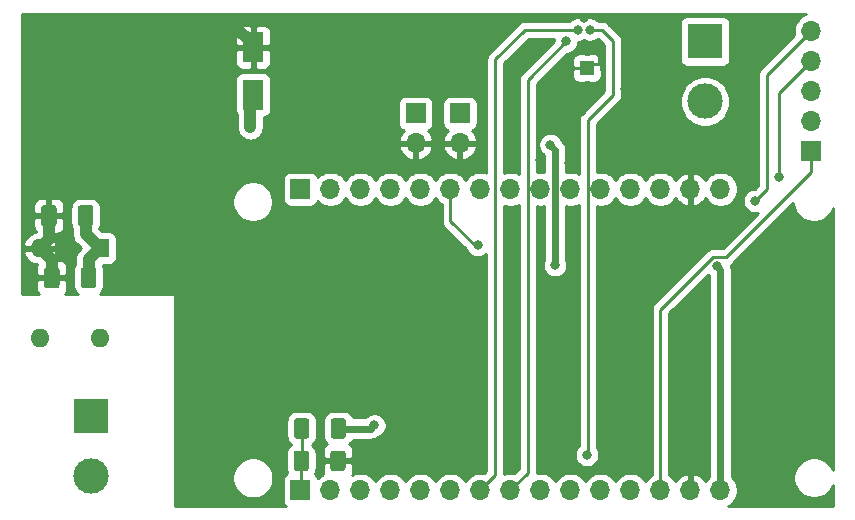
<source format=gbr>
%TF.GenerationSoftware,KiCad,Pcbnew,(5.1.10)-1*%
%TF.CreationDate,2023-06-15T19:01:16+02:00*%
%TF.ProjectId,Disney_door_opener,4469736e-6579-45f6-946f-6f725f6f7065,rev?*%
%TF.SameCoordinates,Original*%
%TF.FileFunction,Copper,L2,Bot*%
%TF.FilePolarity,Positive*%
%FSLAX46Y46*%
G04 Gerber Fmt 4.6, Leading zero omitted, Abs format (unit mm)*
G04 Created by KiCad (PCBNEW (5.1.10)-1) date 2023-06-15 19:01:16*
%MOMM*%
%LPD*%
G01*
G04 APERTURE LIST*
%TA.AperFunction,ComponentPad*%
%ADD10R,1.700000X1.700000*%
%TD*%
%TA.AperFunction,ComponentPad*%
%ADD11O,1.700000X1.700000*%
%TD*%
%TA.AperFunction,ComponentPad*%
%ADD12R,3.000000X3.000000*%
%TD*%
%TA.AperFunction,ComponentPad*%
%ADD13C,3.000000*%
%TD*%
%TA.AperFunction,ComponentPad*%
%ADD14O,1.600000X1.600000*%
%TD*%
%TA.AperFunction,ComponentPad*%
%ADD15R,1.600000X1.600000*%
%TD*%
%TA.AperFunction,SMDPad,CuDef*%
%ADD16R,1.800000X2.500000*%
%TD*%
%TA.AperFunction,ComponentPad*%
%ADD17C,0.500000*%
%TD*%
%TA.AperFunction,SMDPad,CuDef*%
%ADD18R,1.230000X1.230000*%
%TD*%
%TA.AperFunction,ViaPad*%
%ADD19C,0.800000*%
%TD*%
%TA.AperFunction,Conductor*%
%ADD20C,1.000000*%
%TD*%
%TA.AperFunction,Conductor*%
%ADD21C,0.250000*%
%TD*%
%TA.AperFunction,Conductor*%
%ADD22C,0.600000*%
%TD*%
%TA.AperFunction,Conductor*%
%ADD23C,0.254000*%
%TD*%
%TA.AperFunction,Conductor*%
%ADD24C,0.100000*%
%TD*%
G04 APERTURE END LIST*
D10*
%TO.P,J7,1*%
%TO.N,Net-(J7-Pad1)*%
X151750000Y-58000000D03*
D11*
%TO.P,J7,2*%
%TO.N,Net-(J7-Pad2)*%
X154290000Y-58000000D03*
%TO.P,J7,3*%
%TO.N,Net-(J7-Pad3)*%
X156830000Y-58000000D03*
%TO.P,J7,4*%
%TO.N,Net-(J7-Pad4)*%
X159370000Y-58000000D03*
%TO.P,J7,5*%
%TO.N,Net-(J7-Pad5)*%
X161910000Y-58000000D03*
%TO.P,J7,6*%
%TO.N,/lrclk*%
X164450000Y-58000000D03*
%TO.P,J7,7*%
%TO.N,/bclk*%
X166990000Y-58000000D03*
%TO.P,J7,8*%
%TO.N,/dout*%
X169530000Y-58000000D03*
%TO.P,J7,9*%
%TO.N,Net-(J7-Pad9)*%
X172070000Y-58000000D03*
%TO.P,J7,10*%
%TO.N,Net-(J7-Pad10)*%
X174610000Y-58000000D03*
%TO.P,J7,11*%
%TO.N,Net-(J7-Pad11)*%
X177150000Y-58000000D03*
%TO.P,J7,12*%
%TO.N,Net-(J7-Pad12)*%
X179690000Y-58000000D03*
%TO.P,J7,13*%
%TO.N,/LIGHT*%
X182230000Y-58000000D03*
%TO.P,J7,14*%
%TO.N,GND*%
X184770000Y-58000000D03*
%TO.P,J7,15*%
%TO.N,+5V*%
X187310000Y-58000000D03*
%TD*%
%TO.P,J6,15*%
%TO.N,Net-(J6-Pad15)*%
X187310000Y-32500000D03*
%TO.P,J6,14*%
%TO.N,GND*%
X184770000Y-32500000D03*
%TO.P,J6,13*%
%TO.N,Net-(J6-Pad13)*%
X182230000Y-32500000D03*
%TO.P,J6,12*%
%TO.N,Net-(J6-Pad12)*%
X179690000Y-32500000D03*
%TO.P,J6,11*%
%TO.N,Net-(J6-Pad11)*%
X177150000Y-32500000D03*
%TO.P,J6,10*%
%TO.N,Net-(J6-Pad10)*%
X174610000Y-32500000D03*
%TO.P,J6,9*%
%TO.N,Net-(J6-Pad9)*%
X172070000Y-32500000D03*
%TO.P,J6,8*%
%TO.N,/CS*%
X169530000Y-32500000D03*
%TO.P,J6,7*%
%TO.N,/CLK*%
X166990000Y-32500000D03*
%TO.P,J6,6*%
%TO.N,/MISO*%
X164450000Y-32500000D03*
%TO.P,J6,5*%
%TO.N,Net-(J6-Pad5)*%
X161910000Y-32500000D03*
%TO.P,J6,4*%
%TO.N,Net-(J6-Pad4)*%
X159370000Y-32500000D03*
%TO.P,J6,3*%
%TO.N,Net-(J6-Pad3)*%
X156830000Y-32500000D03*
%TO.P,J6,2*%
%TO.N,Net-(J6-Pad2)*%
X154290000Y-32500000D03*
D10*
%TO.P,J6,1*%
%TO.N,/MOSI*%
X151750000Y-32500000D03*
%TD*%
%TO.P,R6,2*%
%TO.N,Net-(J7-Pad1)*%
%TA.AperFunction,SMDPad,CuDef*%
G36*
G01*
X152500000Y-52144999D02*
X152500000Y-53395001D01*
G75*
G02*
X152250001Y-53645000I-249999J0D01*
G01*
X151449999Y-53645000D01*
G75*
G02*
X151200000Y-53395001I0J249999D01*
G01*
X151200000Y-52144999D01*
G75*
G02*
X151449999Y-51895000I249999J0D01*
G01*
X152250001Y-51895000D01*
G75*
G02*
X152500000Y-52144999I0J-249999D01*
G01*
G37*
%TD.AperFunction*%
%TO.P,R6,1*%
%TO.N,+5V*%
%TA.AperFunction,SMDPad,CuDef*%
G36*
G01*
X155600000Y-52144999D02*
X155600000Y-53395001D01*
G75*
G02*
X155350001Y-53645000I-249999J0D01*
G01*
X154549999Y-53645000D01*
G75*
G02*
X154300000Y-53395001I0J249999D01*
G01*
X154300000Y-52144999D01*
G75*
G02*
X154549999Y-51895000I249999J0D01*
G01*
X155350001Y-51895000D01*
G75*
G02*
X155600000Y-52144999I0J-249999D01*
G01*
G37*
%TD.AperFunction*%
%TD*%
%TO.P,R5,2*%
%TO.N,Net-(J7-Pad1)*%
%TA.AperFunction,SMDPad,CuDef*%
G36*
G01*
X152470000Y-54884999D02*
X152470000Y-56135001D01*
G75*
G02*
X152220001Y-56385000I-249999J0D01*
G01*
X151419999Y-56385000D01*
G75*
G02*
X151170000Y-56135001I0J249999D01*
G01*
X151170000Y-54884999D01*
G75*
G02*
X151419999Y-54635000I249999J0D01*
G01*
X152220001Y-54635000D01*
G75*
G02*
X152470000Y-54884999I0J-249999D01*
G01*
G37*
%TD.AperFunction*%
%TO.P,R5,1*%
%TO.N,GND*%
%TA.AperFunction,SMDPad,CuDef*%
G36*
G01*
X155570000Y-54884999D02*
X155570000Y-56135001D01*
G75*
G02*
X155320001Y-56385000I-249999J0D01*
G01*
X154519999Y-56385000D01*
G75*
G02*
X154270000Y-56135001I0J249999D01*
G01*
X154270000Y-54884999D01*
G75*
G02*
X154519999Y-54635000I249999J0D01*
G01*
X155320001Y-54635000D01*
G75*
G02*
X155570000Y-54884999I0J-249999D01*
G01*
G37*
%TD.AperFunction*%
%TD*%
D12*
%TO.P,J5,1*%
%TO.N,Net-(J5-Pad1)*%
X186000000Y-20000000D03*
D13*
%TO.P,J5,2*%
%TO.N,Net-(J5-Pad2)*%
X186000000Y-25080000D03*
%TD*%
D10*
%TO.P,J4,1*%
%TO.N,/LIGHT*%
X195000000Y-29250000D03*
D11*
%TO.P,J4,2*%
%TO.N,/CS*%
X195000000Y-26710000D03*
%TO.P,J4,3*%
%TO.N,/CLK*%
X195000000Y-24170000D03*
%TO.P,J4,4*%
%TO.N,/MISO*%
X195000000Y-21630000D03*
%TO.P,J4,5*%
%TO.N,/MOSI*%
X195000000Y-19090000D03*
%TD*%
%TO.P,C2,1*%
%TO.N,+24V*%
%TA.AperFunction,SMDPad,CuDef*%
G36*
G01*
X134475000Y-39349997D02*
X134475000Y-40650003D01*
G75*
G02*
X134225003Y-40900000I-249997J0D01*
G01*
X133399997Y-40900000D01*
G75*
G02*
X133150000Y-40650003I0J249997D01*
G01*
X133150000Y-39349997D01*
G75*
G02*
X133399997Y-39100000I249997J0D01*
G01*
X134225003Y-39100000D01*
G75*
G02*
X134475000Y-39349997I0J-249997D01*
G01*
G37*
%TD.AperFunction*%
%TO.P,C2,2*%
%TO.N,GND*%
%TA.AperFunction,SMDPad,CuDef*%
G36*
G01*
X131350000Y-39349997D02*
X131350000Y-40650003D01*
G75*
G02*
X131100003Y-40900000I-249997J0D01*
G01*
X130274997Y-40900000D01*
G75*
G02*
X130025000Y-40650003I0J249997D01*
G01*
X130025000Y-39349997D01*
G75*
G02*
X130274997Y-39100000I249997J0D01*
G01*
X131100003Y-39100000D01*
G75*
G02*
X131350000Y-39349997I0J-249997D01*
G01*
G37*
%TD.AperFunction*%
%TD*%
%TO.P,C3,2*%
%TO.N,GND*%
%TA.AperFunction,SMDPad,CuDef*%
G36*
G01*
X131100000Y-34099997D02*
X131100000Y-35400003D01*
G75*
G02*
X130850003Y-35650000I-249997J0D01*
G01*
X130024997Y-35650000D01*
G75*
G02*
X129775000Y-35400003I0J249997D01*
G01*
X129775000Y-34099997D01*
G75*
G02*
X130024997Y-33850000I249997J0D01*
G01*
X130850003Y-33850000D01*
G75*
G02*
X131100000Y-34099997I0J-249997D01*
G01*
G37*
%TD.AperFunction*%
%TO.P,C3,1*%
%TO.N,+24V*%
%TA.AperFunction,SMDPad,CuDef*%
G36*
G01*
X134225000Y-34099997D02*
X134225000Y-35400003D01*
G75*
G02*
X133975003Y-35650000I-249997J0D01*
G01*
X133149997Y-35650000D01*
G75*
G02*
X132900000Y-35400003I0J249997D01*
G01*
X132900000Y-34099997D01*
G75*
G02*
X133149997Y-33850000I249997J0D01*
G01*
X133975003Y-33850000D01*
G75*
G02*
X134225000Y-34099997I0J-249997D01*
G01*
G37*
%TD.AperFunction*%
%TD*%
D14*
%TO.P,D1,4*%
%TO.N,Net-(D1-Pad4)*%
X134750000Y-45120000D03*
%TO.P,D1,2*%
%TO.N,GND*%
X129670000Y-37500000D03*
%TO.P,D1,3*%
%TO.N,Net-(D1-Pad3)*%
X129670000Y-45120000D03*
D15*
%TO.P,D1,1*%
%TO.N,+24V*%
X134750000Y-37500000D03*
%TD*%
D10*
%TO.P,J2,1*%
%TO.N,+5V*%
X161500000Y-26075001D03*
D11*
%TO.P,J2,2*%
%TO.N,GND*%
X161500000Y-28615001D03*
%TD*%
%TO.P,J3,2*%
%TO.N,GND*%
X165250000Y-28615001D03*
D10*
%TO.P,J3,1*%
%TO.N,+5V*%
X165250000Y-26075001D03*
%TD*%
D16*
%TO.P,D3,1*%
%TO.N,Net-(D3-Pad1)*%
X147750000Y-24500000D03*
%TO.P,D3,2*%
%TO.N,GND*%
X147750000Y-20500000D03*
%TD*%
D17*
%TO.P,U3,17*%
%TO.N,GND*%
X175635000Y-21885000D03*
X176365000Y-21885000D03*
X175635000Y-22615000D03*
X176365000Y-22615000D03*
D18*
X176000000Y-22250000D03*
%TD*%
D12*
%TO.P,J1,1*%
%TO.N,Net-(D1-Pad3)*%
X134000000Y-51750000D03*
D13*
%TO.P,J1,2*%
%TO.N,Net-(D1-Pad4)*%
X134000000Y-56830000D03*
%TD*%
D19*
%TO.N,GND*%
X174250000Y-27750000D03*
X174250000Y-26500000D03*
X174250000Y-25250000D03*
X149750000Y-46000000D03*
X149750000Y-48750000D03*
X142400000Y-18650000D03*
X173250000Y-40750000D03*
X179000000Y-40500000D03*
X153250000Y-23500000D03*
X157250000Y-23500000D03*
X164000000Y-22750000D03*
X142500000Y-58250000D03*
X142500000Y-55750000D03*
X142500000Y-52250000D03*
X142500000Y-54000000D03*
X142500000Y-50000000D03*
X142500000Y-47750000D03*
X142500000Y-45250000D03*
X142500000Y-43500000D03*
X144000000Y-44000000D03*
X144000000Y-46250000D03*
X144000000Y-48750000D03*
X144000000Y-51000000D03*
X144000000Y-53000000D03*
X144000000Y-54750000D03*
X144000000Y-56750000D03*
X144000000Y-59000000D03*
X189250000Y-57750000D03*
X190750000Y-57750000D03*
X192250000Y-57750000D03*
X196500000Y-54750000D03*
X196500000Y-53000000D03*
X196500000Y-51500000D03*
X196500000Y-49750000D03*
X196500000Y-47750000D03*
X196500000Y-46000000D03*
X196500000Y-44750000D03*
X196500000Y-42750000D03*
X196500000Y-40750000D03*
X196500000Y-38500000D03*
X190000000Y-56250000D03*
X191500000Y-56250000D03*
X193000000Y-56250000D03*
X195000000Y-54000000D03*
X195000000Y-52250000D03*
X195000000Y-50500000D03*
X195000000Y-48750000D03*
X195000000Y-46750000D03*
X195000000Y-44000000D03*
X195000000Y-41750000D03*
X195000000Y-39250000D03*
X195000000Y-37250000D03*
X179000000Y-42250000D03*
X179000000Y-44500000D03*
X179000000Y-46500000D03*
X179000000Y-48750000D03*
X179000000Y-51000000D03*
X173250000Y-42500000D03*
X173250000Y-44750000D03*
X173250000Y-47000000D03*
X173250000Y-48750000D03*
X173250000Y-51000000D03*
X169500000Y-40250000D03*
X169500000Y-41500000D03*
X169500000Y-43500000D03*
X169500000Y-45250000D03*
X169500000Y-47500000D03*
X169500000Y-49500000D03*
X173250000Y-53000000D03*
X179000000Y-52500000D03*
X179000000Y-54500000D03*
X179000000Y-55500000D03*
X181000000Y-41250000D03*
X180750000Y-43000000D03*
X180750000Y-45250000D03*
X180750000Y-47250000D03*
X180750000Y-49750000D03*
X180750000Y-51500000D03*
X180750000Y-53000000D03*
X180750000Y-54750000D03*
X128750000Y-29750000D03*
X130250000Y-29750000D03*
X131750000Y-29750000D03*
X133500000Y-29750000D03*
X135500000Y-29750000D03*
X137000000Y-29750000D03*
X138750000Y-29750000D03*
X154250000Y-36500000D03*
X156250000Y-36500000D03*
X158750000Y-36500000D03*
X161250000Y-36500000D03*
X163750000Y-36500000D03*
X162500000Y-35500000D03*
X160250000Y-35500000D03*
X157500000Y-35500000D03*
X155250000Y-35500000D03*
X153250000Y-35500000D03*
X155000000Y-23500000D03*
X157250000Y-25000000D03*
X157250000Y-26500000D03*
X157250000Y-28500000D03*
X158750000Y-28500000D03*
X158750000Y-26500000D03*
X158750000Y-25000000D03*
X158750000Y-23500000D03*
X155000000Y-25250000D03*
X153250000Y-25000000D03*
X150250000Y-43500000D03*
X152000000Y-43500000D03*
X153750000Y-43500000D03*
X155750000Y-43500000D03*
X157750000Y-43500000D03*
X159500000Y-43500000D03*
X161500000Y-43500000D03*
X163500000Y-43500000D03*
X165750000Y-43500000D03*
X164750000Y-44750000D03*
X162500000Y-44750000D03*
X160500000Y-44750000D03*
X158500000Y-44750000D03*
X156750000Y-44750000D03*
X154750000Y-44750000D03*
X152750000Y-44750000D03*
X151000000Y-44750000D03*
X148750000Y-44750000D03*
X146750000Y-44750000D03*
X147750000Y-43500000D03*
X147750000Y-46000000D03*
X151750000Y-46000000D03*
X153500000Y-46000000D03*
X155750000Y-46000000D03*
X157750000Y-46000000D03*
X159500000Y-46000000D03*
X161500000Y-46000000D03*
X163500000Y-46000000D03*
X165750000Y-46000000D03*
X164750000Y-47000000D03*
X162500000Y-47250000D03*
X160500000Y-47250000D03*
X158500000Y-47250000D03*
X156750000Y-47250000D03*
X154750000Y-47250000D03*
X152750000Y-47250000D03*
X151000000Y-47250000D03*
X148750000Y-47250000D03*
X146750000Y-47250000D03*
X147750000Y-48750000D03*
X151750000Y-48750000D03*
X153750000Y-48750000D03*
X155750000Y-48750000D03*
X157750000Y-48750000D03*
X159500000Y-48750000D03*
X161250000Y-48750000D03*
X163500000Y-48750000D03*
X165750000Y-48750000D03*
X164500000Y-50250000D03*
X162250000Y-50250000D03*
X160250000Y-50250000D03*
X158500000Y-50250000D03*
X156750000Y-50250000D03*
X154750000Y-50250000D03*
X152750000Y-50250000D03*
X150750000Y-50250000D03*
X148750000Y-50250000D03*
X146500000Y-50250000D03*
X147500000Y-51750000D03*
X148500000Y-52750000D03*
X146500000Y-53000000D03*
X159750000Y-54500000D03*
X161500000Y-54250000D03*
X163250000Y-54500000D03*
X162000000Y-55750000D03*
X160750000Y-55500000D03*
X158750000Y-55500000D03*
X146250000Y-30000000D03*
X150000000Y-38000000D03*
X151500000Y-39000000D03*
X145500000Y-40250000D03*
X145250000Y-37750000D03*
X145250000Y-35750000D03*
X147000000Y-40000000D03*
X149500000Y-40000000D03*
X152250000Y-40000000D03*
X153500000Y-40000000D03*
X155500000Y-40000000D03*
X157000000Y-40000000D03*
X159000000Y-40000000D03*
X161000000Y-40000000D03*
X162750000Y-40000000D03*
X164750000Y-40000000D03*
X166500000Y-40000000D03*
X174500000Y-18000000D03*
X175750000Y-18000000D03*
X177000000Y-18000000D03*
X178250000Y-18000000D03*
X179500000Y-18000000D03*
X179500000Y-19250000D03*
X179500000Y-20250000D03*
X179500000Y-21250000D03*
X179250000Y-24000000D03*
X184250000Y-28750000D03*
X183000000Y-28750000D03*
X181500000Y-28750000D03*
X182500000Y-30000000D03*
X181250000Y-30000000D03*
X169750000Y-28750000D03*
X169750000Y-30000000D03*
X172000000Y-30000000D03*
X174500000Y-30250000D03*
X153000000Y-21750000D03*
X154500000Y-22000000D03*
X156000000Y-21750000D03*
X157250000Y-22000000D03*
X155000000Y-26250000D03*
X153500000Y-26250000D03*
X151500000Y-26500000D03*
X150000000Y-26500000D03*
X151000000Y-25750000D03*
X151000000Y-24250000D03*
X151000000Y-22750000D03*
X152000000Y-24250000D03*
X185250000Y-41750000D03*
X185250000Y-43500000D03*
X185250000Y-45000000D03*
X185250000Y-46750000D03*
X185250000Y-48500000D03*
X185250000Y-50500000D03*
X185250000Y-52000000D03*
X185250000Y-53750000D03*
X185250000Y-55250000D03*
X192750000Y-35500000D03*
X192000000Y-37000000D03*
X187500000Y-30250000D03*
X189750000Y-28000000D03*
X185750000Y-29500000D03*
%TO.N,+5V*%
X172911810Y-28750000D03*
X173311809Y-38938191D03*
X187000000Y-39000000D03*
X158000000Y-52500000D03*
%TO.N,Net-(D3-Pad1)*%
X147500000Y-27250000D03*
%TO.N,/lrclk*%
X176250000Y-19000000D03*
X176000000Y-55000000D03*
%TO.N,/bclk*%
X175250000Y-19000000D03*
%TO.N,/dout*%
X174250000Y-20000000D03*
%TO.N,/MISO*%
X166750000Y-37250000D03*
X192250000Y-31500000D03*
%TO.N,/MOSI*%
X190250000Y-33500000D03*
%TD*%
D20*
%TO.N,GND*%
X130687500Y-38517500D02*
X129670000Y-37500000D01*
X130687500Y-40000000D02*
X130687500Y-38517500D01*
X130437500Y-36732500D02*
X129670000Y-37500000D01*
X130437500Y-34750000D02*
X130437500Y-36732500D01*
X147750000Y-20500000D02*
X147750000Y-20250000D01*
X146150000Y-18650000D02*
X142400000Y-18650000D01*
X147750000Y-20250000D02*
X146150000Y-18650000D01*
D21*
X176000000Y-22250000D02*
X174250000Y-22250000D01*
X174250000Y-22250000D02*
X174250000Y-23250000D01*
X176365000Y-21885000D02*
X177135000Y-21885000D01*
X177135000Y-21885000D02*
X177000000Y-21750000D01*
X177000000Y-21750000D02*
X177000000Y-20750000D01*
D20*
%TO.N,+24V*%
X133812500Y-38437500D02*
X134750000Y-37500000D01*
X133812500Y-40000000D02*
X133812500Y-38437500D01*
X133562500Y-36312500D02*
X134750000Y-37500000D01*
X133562500Y-34750000D02*
X133562500Y-36312500D01*
D22*
%TO.N,+5V*%
X187310000Y-39310000D02*
X187000000Y-39000000D01*
X187310000Y-57950000D02*
X187310000Y-39310000D01*
X173332001Y-29170191D02*
X172911810Y-28750000D01*
X173332001Y-33155761D02*
X173332001Y-29170191D01*
X173311809Y-33175953D02*
X173332001Y-33155761D01*
X173311809Y-38938191D02*
X173311809Y-33175953D01*
X154950000Y-52770000D02*
X157730000Y-52770000D01*
D21*
X157730000Y-52770000D02*
X158000000Y-52500000D01*
D20*
%TO.N,Net-(D3-Pad1)*%
X147500000Y-24750000D02*
X147750000Y-24500000D01*
X147500000Y-27250000D02*
X147500000Y-24750000D01*
D21*
%TO.N,/lrclk*%
X176062999Y-26687001D02*
X176062999Y-54937001D01*
X178250000Y-24500000D02*
X176062999Y-26687001D01*
X177250000Y-19000000D02*
X178250000Y-20000000D01*
X176062999Y-54937001D02*
X176000000Y-55000000D01*
X178250000Y-20000000D02*
X178250000Y-24500000D01*
X176250000Y-19000000D02*
X177250000Y-19000000D01*
%TO.N,/bclk*%
X170750000Y-19000000D02*
X175250000Y-19000000D01*
X168250000Y-21500000D02*
X170750000Y-19000000D01*
X168250000Y-56690000D02*
X168250000Y-40000000D01*
X166990000Y-57950000D02*
X168250000Y-56690000D01*
X168250000Y-40000000D02*
X168250000Y-21500000D01*
%TO.N,/dout*%
X170982999Y-56497001D02*
X170982999Y-23267001D01*
X169530000Y-57950000D02*
X170982999Y-56497001D01*
X170982999Y-23267001D02*
X174250000Y-20000000D01*
%TO.N,Net-(J7-Pad1)*%
X151820000Y-57880000D02*
X151750000Y-57950000D01*
X151820000Y-55510000D02*
X151820000Y-57880000D01*
X151850000Y-55480000D02*
X151820000Y-55510000D01*
X151850000Y-52770000D02*
X151850000Y-55480000D01*
%TO.N,/LIGHT*%
X182230000Y-42696998D02*
X182230000Y-58000000D01*
X186651999Y-38274999D02*
X182230000Y-42696998D01*
X187798003Y-38274999D02*
X186651999Y-38274999D01*
X195000000Y-31073002D02*
X187798003Y-38274999D01*
X195000000Y-29250000D02*
X195000000Y-31073002D01*
%TO.N,/MISO*%
X164450000Y-32500000D02*
X164450000Y-35200000D01*
X164450000Y-35200000D02*
X166500000Y-37250000D01*
X166500000Y-37250000D02*
X166750000Y-37250000D01*
X192250000Y-24380000D02*
X195000000Y-21630000D01*
X192250000Y-31500000D02*
X192250000Y-24380000D01*
%TO.N,/MOSI*%
X191250000Y-32500000D02*
X190250000Y-33500000D01*
X191250000Y-22840000D02*
X191250000Y-32500000D01*
X195000000Y-19090000D02*
X191250000Y-22840000D01*
%TD*%
D23*
%TO.N,GND*%
X194566842Y-17662068D02*
X194296589Y-17774010D01*
X194053368Y-17936525D01*
X193846525Y-18143368D01*
X193684010Y-18386589D01*
X193572068Y-18656842D01*
X193515000Y-18943740D01*
X193515000Y-19236260D01*
X193558790Y-19456408D01*
X190739003Y-22276196D01*
X190709999Y-22299999D01*
X190682579Y-22333411D01*
X190615026Y-22415724D01*
X190560359Y-22517998D01*
X190544454Y-22547754D01*
X190500997Y-22691015D01*
X190490000Y-22802668D01*
X190490000Y-22802678D01*
X190486324Y-22840000D01*
X190490000Y-22877322D01*
X190490001Y-32185197D01*
X190210199Y-32465000D01*
X190148061Y-32465000D01*
X189948102Y-32504774D01*
X189759744Y-32582795D01*
X189590226Y-32696063D01*
X189446063Y-32840226D01*
X189332795Y-33009744D01*
X189254774Y-33198102D01*
X189215000Y-33398061D01*
X189215000Y-33601939D01*
X189254774Y-33801898D01*
X189332795Y-33990256D01*
X189446063Y-34159774D01*
X189590226Y-34303937D01*
X189759744Y-34417205D01*
X189948102Y-34495226D01*
X190148061Y-34535000D01*
X190351939Y-34535000D01*
X190490827Y-34507374D01*
X187483202Y-37514999D01*
X186689322Y-37514999D01*
X186651999Y-37511323D01*
X186614676Y-37514999D01*
X186614666Y-37514999D01*
X186503013Y-37525996D01*
X186359752Y-37569453D01*
X186227722Y-37640025D01*
X186185988Y-37674276D01*
X186111998Y-37734998D01*
X186088200Y-37763996D01*
X181719003Y-42133194D01*
X181689999Y-42156997D01*
X181634871Y-42224172D01*
X181595026Y-42272722D01*
X181524455Y-42404751D01*
X181524454Y-42404752D01*
X181480997Y-42548013D01*
X181470000Y-42659666D01*
X181470000Y-42659676D01*
X181466324Y-42696998D01*
X181470000Y-42734320D01*
X181470001Y-56721821D01*
X181283368Y-56846525D01*
X181076525Y-57053368D01*
X180960000Y-57227760D01*
X180843475Y-57053368D01*
X180636632Y-56846525D01*
X180393411Y-56684010D01*
X180123158Y-56572068D01*
X179836260Y-56515000D01*
X179543740Y-56515000D01*
X179256842Y-56572068D01*
X178986589Y-56684010D01*
X178743368Y-56846525D01*
X178536525Y-57053368D01*
X178420000Y-57227760D01*
X178303475Y-57053368D01*
X178096632Y-56846525D01*
X177853411Y-56684010D01*
X177583158Y-56572068D01*
X177296260Y-56515000D01*
X177003740Y-56515000D01*
X176716842Y-56572068D01*
X176446589Y-56684010D01*
X176203368Y-56846525D01*
X175996525Y-57053368D01*
X175880000Y-57227760D01*
X175763475Y-57053368D01*
X175556632Y-56846525D01*
X175313411Y-56684010D01*
X175043158Y-56572068D01*
X174756260Y-56515000D01*
X174463740Y-56515000D01*
X174176842Y-56572068D01*
X173906589Y-56684010D01*
X173663368Y-56846525D01*
X173456525Y-57053368D01*
X173340000Y-57227760D01*
X173223475Y-57053368D01*
X173016632Y-56846525D01*
X172773411Y-56684010D01*
X172503158Y-56572068D01*
X172216260Y-56515000D01*
X171923740Y-56515000D01*
X171741330Y-56551284D01*
X171742999Y-56534334D01*
X171742999Y-56534324D01*
X171746675Y-56497001D01*
X171742999Y-56459678D01*
X171742999Y-33949048D01*
X171923740Y-33985000D01*
X172216260Y-33985000D01*
X172376810Y-33953064D01*
X172376809Y-38490895D01*
X172316583Y-38636293D01*
X172276809Y-38836252D01*
X172276809Y-39040130D01*
X172316583Y-39240089D01*
X172394604Y-39428447D01*
X172507872Y-39597965D01*
X172652035Y-39742128D01*
X172821553Y-39855396D01*
X173009911Y-39933417D01*
X173209870Y-39973191D01*
X173413748Y-39973191D01*
X173613707Y-39933417D01*
X173802065Y-39855396D01*
X173971583Y-39742128D01*
X174115746Y-39597965D01*
X174229014Y-39428447D01*
X174307035Y-39240089D01*
X174346809Y-39040130D01*
X174346809Y-38836252D01*
X174307035Y-38636293D01*
X174246809Y-38490896D01*
X174246809Y-33941849D01*
X174463740Y-33985000D01*
X174756260Y-33985000D01*
X175043158Y-33927932D01*
X175302999Y-33820303D01*
X175303000Y-54233289D01*
X175196063Y-54340226D01*
X175082795Y-54509744D01*
X175004774Y-54698102D01*
X174965000Y-54898061D01*
X174965000Y-55101939D01*
X175004774Y-55301898D01*
X175082795Y-55490256D01*
X175196063Y-55659774D01*
X175340226Y-55803937D01*
X175509744Y-55917205D01*
X175698102Y-55995226D01*
X175898061Y-56035000D01*
X176101939Y-56035000D01*
X176301898Y-55995226D01*
X176490256Y-55917205D01*
X176659774Y-55803937D01*
X176803937Y-55659774D01*
X176917205Y-55490256D01*
X176995226Y-55301898D01*
X177035000Y-55101939D01*
X177035000Y-54898061D01*
X176995226Y-54698102D01*
X176917205Y-54509744D01*
X176822999Y-54368754D01*
X176822999Y-33949048D01*
X177003740Y-33985000D01*
X177296260Y-33985000D01*
X177583158Y-33927932D01*
X177853411Y-33815990D01*
X178096632Y-33653475D01*
X178303475Y-33446632D01*
X178420000Y-33272240D01*
X178536525Y-33446632D01*
X178743368Y-33653475D01*
X178986589Y-33815990D01*
X179256842Y-33927932D01*
X179543740Y-33985000D01*
X179836260Y-33985000D01*
X180123158Y-33927932D01*
X180393411Y-33815990D01*
X180636632Y-33653475D01*
X180843475Y-33446632D01*
X180960000Y-33272240D01*
X181076525Y-33446632D01*
X181283368Y-33653475D01*
X181526589Y-33815990D01*
X181796842Y-33927932D01*
X182083740Y-33985000D01*
X182376260Y-33985000D01*
X182663158Y-33927932D01*
X182933411Y-33815990D01*
X183176632Y-33653475D01*
X183383475Y-33446632D01*
X183505195Y-33264466D01*
X183574822Y-33381355D01*
X183769731Y-33597588D01*
X184003080Y-33771641D01*
X184265901Y-33896825D01*
X184413110Y-33941476D01*
X184643000Y-33820155D01*
X184643000Y-32627000D01*
X184623000Y-32627000D01*
X184623000Y-32373000D01*
X184643000Y-32373000D01*
X184643000Y-31179845D01*
X184897000Y-31179845D01*
X184897000Y-32373000D01*
X184917000Y-32373000D01*
X184917000Y-32627000D01*
X184897000Y-32627000D01*
X184897000Y-33820155D01*
X185126890Y-33941476D01*
X185274099Y-33896825D01*
X185536920Y-33771641D01*
X185770269Y-33597588D01*
X185965178Y-33381355D01*
X186034805Y-33264466D01*
X186156525Y-33446632D01*
X186363368Y-33653475D01*
X186606589Y-33815990D01*
X186876842Y-33927932D01*
X187163740Y-33985000D01*
X187456260Y-33985000D01*
X187743158Y-33927932D01*
X188013411Y-33815990D01*
X188256632Y-33653475D01*
X188463475Y-33446632D01*
X188625990Y-33203411D01*
X188737932Y-32933158D01*
X188795000Y-32646260D01*
X188795000Y-32353740D01*
X188737932Y-32066842D01*
X188625990Y-31796589D01*
X188463475Y-31553368D01*
X188256632Y-31346525D01*
X188013411Y-31184010D01*
X187743158Y-31072068D01*
X187456260Y-31015000D01*
X187163740Y-31015000D01*
X186876842Y-31072068D01*
X186606589Y-31184010D01*
X186363368Y-31346525D01*
X186156525Y-31553368D01*
X186034805Y-31735534D01*
X185965178Y-31618645D01*
X185770269Y-31402412D01*
X185536920Y-31228359D01*
X185274099Y-31103175D01*
X185126890Y-31058524D01*
X184897000Y-31179845D01*
X184643000Y-31179845D01*
X184413110Y-31058524D01*
X184265901Y-31103175D01*
X184003080Y-31228359D01*
X183769731Y-31402412D01*
X183574822Y-31618645D01*
X183505195Y-31735534D01*
X183383475Y-31553368D01*
X183176632Y-31346525D01*
X182933411Y-31184010D01*
X182663158Y-31072068D01*
X182376260Y-31015000D01*
X182083740Y-31015000D01*
X181796842Y-31072068D01*
X181526589Y-31184010D01*
X181283368Y-31346525D01*
X181076525Y-31553368D01*
X180960000Y-31727760D01*
X180843475Y-31553368D01*
X180636632Y-31346525D01*
X180393411Y-31184010D01*
X180123158Y-31072068D01*
X179836260Y-31015000D01*
X179543740Y-31015000D01*
X179256842Y-31072068D01*
X178986589Y-31184010D01*
X178743368Y-31346525D01*
X178536525Y-31553368D01*
X178420000Y-31727760D01*
X178303475Y-31553368D01*
X178096632Y-31346525D01*
X177853411Y-31184010D01*
X177583158Y-31072068D01*
X177296260Y-31015000D01*
X177003740Y-31015000D01*
X176822999Y-31050952D01*
X176822999Y-27001802D01*
X178761008Y-25063795D01*
X178790001Y-25040001D01*
X178813795Y-25011008D01*
X178813799Y-25011004D01*
X178871811Y-24940315D01*
X178884974Y-24924276D01*
X178914134Y-24869721D01*
X183865000Y-24869721D01*
X183865000Y-25290279D01*
X183947047Y-25702756D01*
X184107988Y-26091302D01*
X184341637Y-26440983D01*
X184639017Y-26738363D01*
X184988698Y-26972012D01*
X185377244Y-27132953D01*
X185789721Y-27215000D01*
X186210279Y-27215000D01*
X186622756Y-27132953D01*
X187011302Y-26972012D01*
X187360983Y-26738363D01*
X187658363Y-26440983D01*
X187892012Y-26091302D01*
X188052953Y-25702756D01*
X188135000Y-25290279D01*
X188135000Y-24869721D01*
X188052953Y-24457244D01*
X187892012Y-24068698D01*
X187658363Y-23719017D01*
X187360983Y-23421637D01*
X187011302Y-23187988D01*
X186622756Y-23027047D01*
X186210279Y-22945000D01*
X185789721Y-22945000D01*
X185377244Y-23027047D01*
X184988698Y-23187988D01*
X184639017Y-23421637D01*
X184341637Y-23719017D01*
X184107988Y-24068698D01*
X183947047Y-24457244D01*
X183865000Y-24869721D01*
X178914134Y-24869721D01*
X178955546Y-24792247D01*
X178999003Y-24648986D01*
X179010000Y-24537333D01*
X179010000Y-24537324D01*
X179013676Y-24500001D01*
X179010000Y-24462678D01*
X179010000Y-20037333D01*
X179013677Y-20000000D01*
X178999003Y-19851014D01*
X178955546Y-19707753D01*
X178884974Y-19575724D01*
X178813799Y-19488997D01*
X178790001Y-19459999D01*
X178761003Y-19436201D01*
X177824802Y-18500000D01*
X183861928Y-18500000D01*
X183861928Y-21500000D01*
X183874188Y-21624482D01*
X183910498Y-21744180D01*
X183969463Y-21854494D01*
X184048815Y-21951185D01*
X184145506Y-22030537D01*
X184255820Y-22089502D01*
X184375518Y-22125812D01*
X184500000Y-22138072D01*
X187500000Y-22138072D01*
X187624482Y-22125812D01*
X187744180Y-22089502D01*
X187854494Y-22030537D01*
X187951185Y-21951185D01*
X188030537Y-21854494D01*
X188089502Y-21744180D01*
X188125812Y-21624482D01*
X188138072Y-21500000D01*
X188138072Y-18500000D01*
X188125812Y-18375518D01*
X188089502Y-18255820D01*
X188030537Y-18145506D01*
X187951185Y-18048815D01*
X187854494Y-17969463D01*
X187744180Y-17910498D01*
X187624482Y-17874188D01*
X187500000Y-17861928D01*
X184500000Y-17861928D01*
X184375518Y-17874188D01*
X184255820Y-17910498D01*
X184145506Y-17969463D01*
X184048815Y-18048815D01*
X183969463Y-18145506D01*
X183910498Y-18255820D01*
X183874188Y-18375518D01*
X183861928Y-18500000D01*
X177824802Y-18500000D01*
X177813804Y-18489002D01*
X177790001Y-18459999D01*
X177674276Y-18365026D01*
X177542247Y-18294454D01*
X177398986Y-18250997D01*
X177287333Y-18240000D01*
X177287322Y-18240000D01*
X177250000Y-18236324D01*
X177212678Y-18240000D01*
X176953711Y-18240000D01*
X176909774Y-18196063D01*
X176740256Y-18082795D01*
X176551898Y-18004774D01*
X176351939Y-17965000D01*
X176148061Y-17965000D01*
X175948102Y-18004774D01*
X175759744Y-18082795D01*
X175750000Y-18089306D01*
X175740256Y-18082795D01*
X175551898Y-18004774D01*
X175351939Y-17965000D01*
X175148061Y-17965000D01*
X174948102Y-18004774D01*
X174759744Y-18082795D01*
X174590226Y-18196063D01*
X174546289Y-18240000D01*
X170787323Y-18240000D01*
X170750000Y-18236324D01*
X170712677Y-18240000D01*
X170712667Y-18240000D01*
X170601014Y-18250997D01*
X170457753Y-18294454D01*
X170325723Y-18365026D01*
X170299449Y-18386589D01*
X170209999Y-18459999D01*
X170186201Y-18488997D01*
X167738998Y-20936201D01*
X167710000Y-20959999D01*
X167686202Y-20988997D01*
X167686201Y-20988998D01*
X167615026Y-21075724D01*
X167544454Y-21207754D01*
X167522386Y-21280506D01*
X167505021Y-21337754D01*
X167500998Y-21351015D01*
X167486324Y-21500000D01*
X167490001Y-21537333D01*
X167490000Y-31099755D01*
X167423158Y-31072068D01*
X167136260Y-31015000D01*
X166843740Y-31015000D01*
X166556842Y-31072068D01*
X166286589Y-31184010D01*
X166043368Y-31346525D01*
X165836525Y-31553368D01*
X165720000Y-31727760D01*
X165603475Y-31553368D01*
X165396632Y-31346525D01*
X165153411Y-31184010D01*
X164883158Y-31072068D01*
X164596260Y-31015000D01*
X164303740Y-31015000D01*
X164016842Y-31072068D01*
X163746589Y-31184010D01*
X163503368Y-31346525D01*
X163296525Y-31553368D01*
X163180000Y-31727760D01*
X163063475Y-31553368D01*
X162856632Y-31346525D01*
X162613411Y-31184010D01*
X162343158Y-31072068D01*
X162056260Y-31015000D01*
X161763740Y-31015000D01*
X161476842Y-31072068D01*
X161206589Y-31184010D01*
X160963368Y-31346525D01*
X160756525Y-31553368D01*
X160640000Y-31727760D01*
X160523475Y-31553368D01*
X160316632Y-31346525D01*
X160073411Y-31184010D01*
X159803158Y-31072068D01*
X159516260Y-31015000D01*
X159223740Y-31015000D01*
X158936842Y-31072068D01*
X158666589Y-31184010D01*
X158423368Y-31346525D01*
X158216525Y-31553368D01*
X158100000Y-31727760D01*
X157983475Y-31553368D01*
X157776632Y-31346525D01*
X157533411Y-31184010D01*
X157263158Y-31072068D01*
X156976260Y-31015000D01*
X156683740Y-31015000D01*
X156396842Y-31072068D01*
X156126589Y-31184010D01*
X155883368Y-31346525D01*
X155676525Y-31553368D01*
X155560000Y-31727760D01*
X155443475Y-31553368D01*
X155236632Y-31346525D01*
X154993411Y-31184010D01*
X154723158Y-31072068D01*
X154436260Y-31015000D01*
X154143740Y-31015000D01*
X153856842Y-31072068D01*
X153586589Y-31184010D01*
X153343368Y-31346525D01*
X153211513Y-31478380D01*
X153189502Y-31405820D01*
X153130537Y-31295506D01*
X153051185Y-31198815D01*
X152954494Y-31119463D01*
X152844180Y-31060498D01*
X152724482Y-31024188D01*
X152600000Y-31011928D01*
X150900000Y-31011928D01*
X150775518Y-31024188D01*
X150655820Y-31060498D01*
X150545506Y-31119463D01*
X150448815Y-31198815D01*
X150369463Y-31295506D01*
X150310498Y-31405820D01*
X150274188Y-31525518D01*
X150261928Y-31650000D01*
X150261928Y-33350000D01*
X150274188Y-33474482D01*
X150310498Y-33594180D01*
X150369463Y-33704494D01*
X150448815Y-33801185D01*
X150545506Y-33880537D01*
X150655820Y-33939502D01*
X150775518Y-33975812D01*
X150900000Y-33988072D01*
X152600000Y-33988072D01*
X152724482Y-33975812D01*
X152844180Y-33939502D01*
X152954494Y-33880537D01*
X153051185Y-33801185D01*
X153130537Y-33704494D01*
X153189502Y-33594180D01*
X153211513Y-33521620D01*
X153343368Y-33653475D01*
X153586589Y-33815990D01*
X153856842Y-33927932D01*
X154143740Y-33985000D01*
X154436260Y-33985000D01*
X154723158Y-33927932D01*
X154993411Y-33815990D01*
X155236632Y-33653475D01*
X155443475Y-33446632D01*
X155560000Y-33272240D01*
X155676525Y-33446632D01*
X155883368Y-33653475D01*
X156126589Y-33815990D01*
X156396842Y-33927932D01*
X156683740Y-33985000D01*
X156976260Y-33985000D01*
X157263158Y-33927932D01*
X157533411Y-33815990D01*
X157776632Y-33653475D01*
X157983475Y-33446632D01*
X158100000Y-33272240D01*
X158216525Y-33446632D01*
X158423368Y-33653475D01*
X158666589Y-33815990D01*
X158936842Y-33927932D01*
X159223740Y-33985000D01*
X159516260Y-33985000D01*
X159803158Y-33927932D01*
X160073411Y-33815990D01*
X160316632Y-33653475D01*
X160523475Y-33446632D01*
X160640000Y-33272240D01*
X160756525Y-33446632D01*
X160963368Y-33653475D01*
X161206589Y-33815990D01*
X161476842Y-33927932D01*
X161763740Y-33985000D01*
X162056260Y-33985000D01*
X162343158Y-33927932D01*
X162613411Y-33815990D01*
X162856632Y-33653475D01*
X163063475Y-33446632D01*
X163180000Y-33272240D01*
X163296525Y-33446632D01*
X163503368Y-33653475D01*
X163690000Y-33778179D01*
X163690001Y-35162668D01*
X163686324Y-35200000D01*
X163700998Y-35348985D01*
X163744454Y-35492246D01*
X163815026Y-35624276D01*
X163886201Y-35711002D01*
X163910000Y-35740001D01*
X163938998Y-35763799D01*
X165774345Y-37599147D01*
X165832795Y-37740256D01*
X165946063Y-37909774D01*
X166090226Y-38053937D01*
X166259744Y-38167205D01*
X166448102Y-38245226D01*
X166648061Y-38285000D01*
X166851939Y-38285000D01*
X167051898Y-38245226D01*
X167240256Y-38167205D01*
X167409774Y-38053937D01*
X167490000Y-37973711D01*
X167490000Y-40037332D01*
X167490001Y-40037342D01*
X167490000Y-56375198D01*
X167314703Y-56550495D01*
X167136260Y-56515000D01*
X166843740Y-56515000D01*
X166556842Y-56572068D01*
X166286589Y-56684010D01*
X166043368Y-56846525D01*
X165836525Y-57053368D01*
X165720000Y-57227760D01*
X165603475Y-57053368D01*
X165396632Y-56846525D01*
X165153411Y-56684010D01*
X164883158Y-56572068D01*
X164596260Y-56515000D01*
X164303740Y-56515000D01*
X164016842Y-56572068D01*
X163746589Y-56684010D01*
X163503368Y-56846525D01*
X163296525Y-57053368D01*
X163180000Y-57227760D01*
X163063475Y-57053368D01*
X162856632Y-56846525D01*
X162613411Y-56684010D01*
X162343158Y-56572068D01*
X162056260Y-56515000D01*
X161763740Y-56515000D01*
X161476842Y-56572068D01*
X161206589Y-56684010D01*
X160963368Y-56846525D01*
X160756525Y-57053368D01*
X160640000Y-57227760D01*
X160523475Y-57053368D01*
X160316632Y-56846525D01*
X160073411Y-56684010D01*
X159803158Y-56572068D01*
X159516260Y-56515000D01*
X159223740Y-56515000D01*
X158936842Y-56572068D01*
X158666589Y-56684010D01*
X158423368Y-56846525D01*
X158216525Y-57053368D01*
X158100000Y-57227760D01*
X157983475Y-57053368D01*
X157776632Y-56846525D01*
X157533411Y-56684010D01*
X157263158Y-56572068D01*
X156976260Y-56515000D01*
X156683740Y-56515000D01*
X156396842Y-56572068D01*
X156131220Y-56682092D01*
X156159502Y-56629180D01*
X156195812Y-56509482D01*
X156208072Y-56385000D01*
X156205000Y-55795750D01*
X156046250Y-55637000D01*
X155047000Y-55637000D01*
X155047000Y-55657000D01*
X154793000Y-55657000D01*
X154793000Y-55637000D01*
X153793750Y-55637000D01*
X153635000Y-55795750D01*
X153631928Y-56385000D01*
X153644188Y-56509482D01*
X153680498Y-56629180D01*
X153687470Y-56642224D01*
X153586589Y-56684010D01*
X153343368Y-56846525D01*
X153211513Y-56978380D01*
X153189502Y-56905820D01*
X153130537Y-56795506D01*
X153051185Y-56698815D01*
X152960528Y-56624415D01*
X153040472Y-56474851D01*
X153091008Y-56308255D01*
X153108072Y-56135001D01*
X153108072Y-54884999D01*
X153091008Y-54711745D01*
X153067728Y-54635000D01*
X153631928Y-54635000D01*
X153635000Y-55224250D01*
X153793750Y-55383000D01*
X154793000Y-55383000D01*
X154793000Y-55363000D01*
X155047000Y-55363000D01*
X155047000Y-55383000D01*
X156046250Y-55383000D01*
X156205000Y-55224250D01*
X156208072Y-54635000D01*
X156195812Y-54510518D01*
X156159502Y-54390820D01*
X156100537Y-54280506D01*
X156021185Y-54183815D01*
X155924494Y-54104463D01*
X155896734Y-54089625D01*
X155977962Y-54022962D01*
X156088405Y-53888387D01*
X156170472Y-53734851D01*
X156179527Y-53705000D01*
X157775932Y-53705000D01*
X157913292Y-53691471D01*
X158089540Y-53638007D01*
X158251972Y-53551186D01*
X158338769Y-53479953D01*
X158490256Y-53417205D01*
X158659774Y-53303937D01*
X158803937Y-53159774D01*
X158917205Y-52990256D01*
X158995226Y-52801898D01*
X159035000Y-52601939D01*
X159035000Y-52398061D01*
X158995226Y-52198102D01*
X158917205Y-52009744D01*
X158803937Y-51840226D01*
X158659774Y-51696063D01*
X158490256Y-51582795D01*
X158301898Y-51504774D01*
X158101939Y-51465000D01*
X157898061Y-51465000D01*
X157698102Y-51504774D01*
X157509744Y-51582795D01*
X157340226Y-51696063D01*
X157201289Y-51835000D01*
X156179527Y-51835000D01*
X156170472Y-51805149D01*
X156088405Y-51651613D01*
X155977962Y-51517038D01*
X155843387Y-51406595D01*
X155689851Y-51324528D01*
X155523255Y-51273992D01*
X155350001Y-51256928D01*
X154549999Y-51256928D01*
X154376745Y-51273992D01*
X154210149Y-51324528D01*
X154056613Y-51406595D01*
X153922038Y-51517038D01*
X153811595Y-51651613D01*
X153729528Y-51805149D01*
X153678992Y-51971745D01*
X153661928Y-52144999D01*
X153661928Y-53395001D01*
X153678992Y-53568255D01*
X153729528Y-53734851D01*
X153811595Y-53888387D01*
X153922038Y-54022962D01*
X153979601Y-54070203D01*
X153915506Y-54104463D01*
X153818815Y-54183815D01*
X153739463Y-54280506D01*
X153680498Y-54390820D01*
X153644188Y-54510518D01*
X153631928Y-54635000D01*
X153067728Y-54635000D01*
X153040472Y-54545149D01*
X152958405Y-54391613D01*
X152847962Y-54257038D01*
X152715487Y-54148318D01*
X152743387Y-54133405D01*
X152877962Y-54022962D01*
X152988405Y-53888387D01*
X153070472Y-53734851D01*
X153121008Y-53568255D01*
X153138072Y-53395001D01*
X153138072Y-52144999D01*
X153121008Y-51971745D01*
X153070472Y-51805149D01*
X152988405Y-51651613D01*
X152877962Y-51517038D01*
X152743387Y-51406595D01*
X152589851Y-51324528D01*
X152423255Y-51273992D01*
X152250001Y-51256928D01*
X151449999Y-51256928D01*
X151276745Y-51273992D01*
X151110149Y-51324528D01*
X150956613Y-51406595D01*
X150822038Y-51517038D01*
X150711595Y-51651613D01*
X150629528Y-51805149D01*
X150578992Y-51971745D01*
X150561928Y-52144999D01*
X150561928Y-53395001D01*
X150578992Y-53568255D01*
X150629528Y-53734851D01*
X150711595Y-53888387D01*
X150822038Y-54022962D01*
X150954513Y-54131682D01*
X150926613Y-54146595D01*
X150792038Y-54257038D01*
X150681595Y-54391613D01*
X150599528Y-54545149D01*
X150548992Y-54711745D01*
X150531928Y-54884999D01*
X150531928Y-56135001D01*
X150548992Y-56308255D01*
X150599528Y-56474851D01*
X150647644Y-56564868D01*
X150545506Y-56619463D01*
X150448815Y-56698815D01*
X150369463Y-56795506D01*
X150310498Y-56905820D01*
X150274188Y-57025518D01*
X150261928Y-57150000D01*
X150261928Y-58850000D01*
X150274188Y-58974482D01*
X150310498Y-59094180D01*
X150369463Y-59204494D01*
X150448815Y-59301185D01*
X150496111Y-59340000D01*
X141127000Y-59340000D01*
X141127000Y-56779117D01*
X145985000Y-56779117D01*
X145985000Y-57120883D01*
X146051675Y-57456081D01*
X146182463Y-57771831D01*
X146372337Y-58055998D01*
X146614002Y-58297663D01*
X146898169Y-58487537D01*
X147213919Y-58618325D01*
X147549117Y-58685000D01*
X147890883Y-58685000D01*
X148226081Y-58618325D01*
X148541831Y-58487537D01*
X148825998Y-58297663D01*
X149067663Y-58055998D01*
X149257537Y-57771831D01*
X149388325Y-57456081D01*
X149455000Y-57120883D01*
X149455000Y-56779117D01*
X149388325Y-56443919D01*
X149257537Y-56128169D01*
X149067663Y-55844002D01*
X148825998Y-55602337D01*
X148541831Y-55412463D01*
X148226081Y-55281675D01*
X147890883Y-55215000D01*
X147549117Y-55215000D01*
X147213919Y-55281675D01*
X146898169Y-55412463D01*
X146614002Y-55602337D01*
X146372337Y-55844002D01*
X146182463Y-56128169D01*
X146051675Y-56443919D01*
X145985000Y-56779117D01*
X141127000Y-56779117D01*
X141127000Y-41500000D01*
X141124560Y-41475224D01*
X141117333Y-41451399D01*
X141105597Y-41429443D01*
X141089803Y-41410197D01*
X141070557Y-41394403D01*
X141048601Y-41382667D01*
X141024776Y-41375440D01*
X141000000Y-41373000D01*
X134737159Y-41373000D01*
X134852963Y-41277963D01*
X134963405Y-41143388D01*
X135045472Y-40989852D01*
X135096008Y-40823257D01*
X135113072Y-40650003D01*
X135113072Y-39349997D01*
X135096008Y-39176743D01*
X135045472Y-39010148D01*
X135006946Y-38938072D01*
X135550000Y-38938072D01*
X135674482Y-38925812D01*
X135794180Y-38889502D01*
X135904494Y-38830537D01*
X136001185Y-38751185D01*
X136080537Y-38654494D01*
X136139502Y-38544180D01*
X136175812Y-38424482D01*
X136188072Y-38300000D01*
X136188072Y-36700000D01*
X136175812Y-36575518D01*
X136139502Y-36455820D01*
X136080537Y-36345506D01*
X136001185Y-36248815D01*
X135904494Y-36169463D01*
X135794180Y-36110498D01*
X135674482Y-36074188D01*
X135550000Y-36061928D01*
X134917060Y-36061928D01*
X134725636Y-35870505D01*
X134795472Y-35739852D01*
X134846008Y-35573257D01*
X134863072Y-35400003D01*
X134863072Y-34099997D01*
X134846008Y-33926743D01*
X134795472Y-33760148D01*
X134713405Y-33606612D01*
X134602963Y-33472037D01*
X134501924Y-33389117D01*
X145975000Y-33389117D01*
X145975000Y-33730883D01*
X146041675Y-34066081D01*
X146172463Y-34381831D01*
X146362337Y-34665998D01*
X146604002Y-34907663D01*
X146888169Y-35097537D01*
X147203919Y-35228325D01*
X147539117Y-35295000D01*
X147880883Y-35295000D01*
X148216081Y-35228325D01*
X148531831Y-35097537D01*
X148815998Y-34907663D01*
X149057663Y-34665998D01*
X149247537Y-34381831D01*
X149378325Y-34066081D01*
X149445000Y-33730883D01*
X149445000Y-33389117D01*
X149378325Y-33053919D01*
X149247537Y-32738169D01*
X149057663Y-32454002D01*
X148815998Y-32212337D01*
X148531831Y-32022463D01*
X148216081Y-31891675D01*
X147880883Y-31825000D01*
X147539117Y-31825000D01*
X147203919Y-31891675D01*
X146888169Y-32022463D01*
X146604002Y-32212337D01*
X146362337Y-32454002D01*
X146172463Y-32738169D01*
X146041675Y-33053919D01*
X145975000Y-33389117D01*
X134501924Y-33389117D01*
X134468388Y-33361595D01*
X134314852Y-33279528D01*
X134148257Y-33228992D01*
X133975003Y-33211928D01*
X133149997Y-33211928D01*
X132976743Y-33228992D01*
X132810148Y-33279528D01*
X132656612Y-33361595D01*
X132522037Y-33472037D01*
X132411595Y-33606612D01*
X132329528Y-33760148D01*
X132278992Y-33926743D01*
X132261928Y-34099997D01*
X132261928Y-35400003D01*
X132278992Y-35573257D01*
X132329528Y-35739852D01*
X132411595Y-35893388D01*
X132427500Y-35912768D01*
X132427500Y-36256749D01*
X132422009Y-36312500D01*
X132427500Y-36368251D01*
X132427500Y-36368252D01*
X132443923Y-36534999D01*
X132456215Y-36575518D01*
X132508824Y-36748946D01*
X132508825Y-36748947D01*
X132614217Y-36946123D01*
X132756052Y-37118949D01*
X132799360Y-37154491D01*
X133144869Y-37500000D01*
X133049360Y-37595509D01*
X133006052Y-37631051D01*
X132864217Y-37803877D01*
X132820870Y-37884974D01*
X132758824Y-38001054D01*
X132693923Y-38215002D01*
X132672009Y-38437500D01*
X132677500Y-38493251D01*
X132677500Y-38837232D01*
X132661595Y-38856612D01*
X132579528Y-39010148D01*
X132528992Y-39176743D01*
X132511928Y-39349997D01*
X132511928Y-40650003D01*
X132528992Y-40823257D01*
X132579528Y-40989852D01*
X132661595Y-41143388D01*
X132772037Y-41277963D01*
X132887841Y-41373000D01*
X131774603Y-41373000D01*
X131801185Y-41351185D01*
X131880537Y-41254494D01*
X131939502Y-41144180D01*
X131975812Y-41024482D01*
X131988072Y-40900000D01*
X131985000Y-40285750D01*
X131826250Y-40127000D01*
X130814500Y-40127000D01*
X130814500Y-40147000D01*
X130560500Y-40147000D01*
X130560500Y-40127000D01*
X129548750Y-40127000D01*
X129390000Y-40285750D01*
X129386928Y-40900000D01*
X129399188Y-41024482D01*
X129435498Y-41144180D01*
X129494463Y-41254494D01*
X129573815Y-41351185D01*
X129600397Y-41373000D01*
X128160000Y-41373000D01*
X128160000Y-37849040D01*
X128278091Y-37849040D01*
X128372930Y-38113881D01*
X128517615Y-38355131D01*
X128706586Y-38563519D01*
X128932580Y-38731037D01*
X129186913Y-38851246D01*
X129320961Y-38891904D01*
X129455812Y-38817817D01*
X129435498Y-38855820D01*
X129399188Y-38975518D01*
X129386928Y-39100000D01*
X129390000Y-39714250D01*
X129548750Y-39873000D01*
X130560500Y-39873000D01*
X130560500Y-39853000D01*
X130814500Y-39853000D01*
X130814500Y-39873000D01*
X131826250Y-39873000D01*
X131985000Y-39714250D01*
X131988072Y-39100000D01*
X131975812Y-38975518D01*
X131939502Y-38855820D01*
X131880537Y-38745506D01*
X131801185Y-38648815D01*
X131704494Y-38569463D01*
X131594180Y-38510498D01*
X131474482Y-38474188D01*
X131350000Y-38461928D01*
X130973250Y-38465000D01*
X130814502Y-38623748D01*
X130814502Y-38465000D01*
X130722753Y-38465000D01*
X130822385Y-38355131D01*
X130967070Y-38113881D01*
X131061909Y-37849040D01*
X130940624Y-37627000D01*
X129797000Y-37627000D01*
X129797000Y-37647000D01*
X129543000Y-37647000D01*
X129543000Y-37627000D01*
X128399376Y-37627000D01*
X128278091Y-37849040D01*
X128160000Y-37849040D01*
X128160000Y-37150960D01*
X128278091Y-37150960D01*
X128399376Y-37373000D01*
X129543000Y-37373000D01*
X129543000Y-37353000D01*
X129797000Y-37353000D01*
X129797000Y-37373000D01*
X130940624Y-37373000D01*
X131061909Y-37150960D01*
X130967070Y-36886119D01*
X130822385Y-36644869D01*
X130633414Y-36436481D01*
X130407420Y-36268963D01*
X130244697Y-36192053D01*
X130310500Y-36126250D01*
X130310500Y-34877000D01*
X130564500Y-34877000D01*
X130564500Y-36126250D01*
X130723250Y-36285000D01*
X131100000Y-36288072D01*
X131224482Y-36275812D01*
X131344180Y-36239502D01*
X131454494Y-36180537D01*
X131551185Y-36101185D01*
X131630537Y-36004494D01*
X131689502Y-35894180D01*
X131725812Y-35774482D01*
X131738072Y-35650000D01*
X131735000Y-35035750D01*
X131576250Y-34877000D01*
X130564500Y-34877000D01*
X130310500Y-34877000D01*
X129298750Y-34877000D01*
X129140000Y-35035750D01*
X129136928Y-35650000D01*
X129149188Y-35774482D01*
X129185498Y-35894180D01*
X129244463Y-36004494D01*
X129323815Y-36101185D01*
X129355071Y-36126836D01*
X129320961Y-36108096D01*
X129186913Y-36148754D01*
X128932580Y-36268963D01*
X128706586Y-36436481D01*
X128517615Y-36644869D01*
X128372930Y-36886119D01*
X128278091Y-37150960D01*
X128160000Y-37150960D01*
X128160000Y-33850000D01*
X129136928Y-33850000D01*
X129140000Y-34464250D01*
X129298750Y-34623000D01*
X130310500Y-34623000D01*
X130310500Y-33373750D01*
X130564500Y-33373750D01*
X130564500Y-34623000D01*
X131576250Y-34623000D01*
X131735000Y-34464250D01*
X131738072Y-33850000D01*
X131725812Y-33725518D01*
X131689502Y-33605820D01*
X131630537Y-33495506D01*
X131551185Y-33398815D01*
X131454494Y-33319463D01*
X131344180Y-33260498D01*
X131224482Y-33224188D01*
X131100000Y-33211928D01*
X130723250Y-33215000D01*
X130564500Y-33373750D01*
X130310500Y-33373750D01*
X130151750Y-33215000D01*
X129775000Y-33211928D01*
X129650518Y-33224188D01*
X129530820Y-33260498D01*
X129420506Y-33319463D01*
X129323815Y-33398815D01*
X129244463Y-33495506D01*
X129185498Y-33605820D01*
X129149188Y-33725518D01*
X129136928Y-33850000D01*
X128160000Y-33850000D01*
X128160000Y-28971891D01*
X160058524Y-28971891D01*
X160103175Y-29119100D01*
X160228359Y-29381921D01*
X160402412Y-29615270D01*
X160618645Y-29810179D01*
X160868748Y-29959158D01*
X161143109Y-30056482D01*
X161373000Y-29935815D01*
X161373000Y-28742001D01*
X161627000Y-28742001D01*
X161627000Y-29935815D01*
X161856891Y-30056482D01*
X162131252Y-29959158D01*
X162381355Y-29810179D01*
X162597588Y-29615270D01*
X162771641Y-29381921D01*
X162896825Y-29119100D01*
X162941476Y-28971891D01*
X163808524Y-28971891D01*
X163853175Y-29119100D01*
X163978359Y-29381921D01*
X164152412Y-29615270D01*
X164368645Y-29810179D01*
X164618748Y-29959158D01*
X164893109Y-30056482D01*
X165123000Y-29935815D01*
X165123000Y-28742001D01*
X165377000Y-28742001D01*
X165377000Y-29935815D01*
X165606891Y-30056482D01*
X165881252Y-29959158D01*
X166131355Y-29810179D01*
X166347588Y-29615270D01*
X166521641Y-29381921D01*
X166646825Y-29119100D01*
X166691476Y-28971891D01*
X166570155Y-28742001D01*
X165377000Y-28742001D01*
X165123000Y-28742001D01*
X163929845Y-28742001D01*
X163808524Y-28971891D01*
X162941476Y-28971891D01*
X162820155Y-28742001D01*
X161627000Y-28742001D01*
X161373000Y-28742001D01*
X160179845Y-28742001D01*
X160058524Y-28971891D01*
X128160000Y-28971891D01*
X128160000Y-23250000D01*
X146211928Y-23250000D01*
X146211928Y-25750000D01*
X146224188Y-25874482D01*
X146260498Y-25994180D01*
X146319463Y-26104494D01*
X146365000Y-26159982D01*
X146365000Y-27305751D01*
X146381423Y-27472498D01*
X146446324Y-27686446D01*
X146551716Y-27883623D01*
X146693551Y-28056449D01*
X146866377Y-28198284D01*
X147063553Y-28303676D01*
X147277501Y-28368577D01*
X147500000Y-28390491D01*
X147722498Y-28368577D01*
X147936446Y-28303676D01*
X148133623Y-28198284D01*
X148306449Y-28056449D01*
X148448284Y-27883623D01*
X148553676Y-27686447D01*
X148618577Y-27472499D01*
X148635000Y-27305752D01*
X148635000Y-26388072D01*
X148650000Y-26388072D01*
X148774482Y-26375812D01*
X148894180Y-26339502D01*
X149004494Y-26280537D01*
X149101185Y-26201185D01*
X149180537Y-26104494D01*
X149239502Y-25994180D01*
X149275812Y-25874482D01*
X149288072Y-25750000D01*
X149288072Y-25225001D01*
X160011928Y-25225001D01*
X160011928Y-26925001D01*
X160024188Y-27049483D01*
X160060498Y-27169181D01*
X160119463Y-27279495D01*
X160198815Y-27376186D01*
X160295506Y-27455538D01*
X160405820Y-27514503D01*
X160486466Y-27538967D01*
X160402412Y-27614732D01*
X160228359Y-27848081D01*
X160103175Y-28110902D01*
X160058524Y-28258111D01*
X160179845Y-28488001D01*
X161373000Y-28488001D01*
X161373000Y-28468001D01*
X161627000Y-28468001D01*
X161627000Y-28488001D01*
X162820155Y-28488001D01*
X162941476Y-28258111D01*
X162896825Y-28110902D01*
X162771641Y-27848081D01*
X162597588Y-27614732D01*
X162513534Y-27538967D01*
X162594180Y-27514503D01*
X162704494Y-27455538D01*
X162801185Y-27376186D01*
X162880537Y-27279495D01*
X162939502Y-27169181D01*
X162975812Y-27049483D01*
X162988072Y-26925001D01*
X162988072Y-25225001D01*
X163761928Y-25225001D01*
X163761928Y-26925001D01*
X163774188Y-27049483D01*
X163810498Y-27169181D01*
X163869463Y-27279495D01*
X163948815Y-27376186D01*
X164045506Y-27455538D01*
X164155820Y-27514503D01*
X164236466Y-27538967D01*
X164152412Y-27614732D01*
X163978359Y-27848081D01*
X163853175Y-28110902D01*
X163808524Y-28258111D01*
X163929845Y-28488001D01*
X165123000Y-28488001D01*
X165123000Y-28468001D01*
X165377000Y-28468001D01*
X165377000Y-28488001D01*
X166570155Y-28488001D01*
X166691476Y-28258111D01*
X166646825Y-28110902D01*
X166521641Y-27848081D01*
X166347588Y-27614732D01*
X166263534Y-27538967D01*
X166344180Y-27514503D01*
X166454494Y-27455538D01*
X166551185Y-27376186D01*
X166630537Y-27279495D01*
X166689502Y-27169181D01*
X166725812Y-27049483D01*
X166738072Y-26925001D01*
X166738072Y-25225001D01*
X166725812Y-25100519D01*
X166689502Y-24980821D01*
X166630537Y-24870507D01*
X166551185Y-24773816D01*
X166454494Y-24694464D01*
X166344180Y-24635499D01*
X166224482Y-24599189D01*
X166100000Y-24586929D01*
X164400000Y-24586929D01*
X164275518Y-24599189D01*
X164155820Y-24635499D01*
X164045506Y-24694464D01*
X163948815Y-24773816D01*
X163869463Y-24870507D01*
X163810498Y-24980821D01*
X163774188Y-25100519D01*
X163761928Y-25225001D01*
X162988072Y-25225001D01*
X162975812Y-25100519D01*
X162939502Y-24980821D01*
X162880537Y-24870507D01*
X162801185Y-24773816D01*
X162704494Y-24694464D01*
X162594180Y-24635499D01*
X162474482Y-24599189D01*
X162350000Y-24586929D01*
X160650000Y-24586929D01*
X160525518Y-24599189D01*
X160405820Y-24635499D01*
X160295506Y-24694464D01*
X160198815Y-24773816D01*
X160119463Y-24870507D01*
X160060498Y-24980821D01*
X160024188Y-25100519D01*
X160011928Y-25225001D01*
X149288072Y-25225001D01*
X149288072Y-23250000D01*
X149275812Y-23125518D01*
X149239502Y-23005820D01*
X149180537Y-22895506D01*
X149101185Y-22798815D01*
X149004494Y-22719463D01*
X148894180Y-22660498D01*
X148774482Y-22624188D01*
X148650000Y-22611928D01*
X146850000Y-22611928D01*
X146725518Y-22624188D01*
X146605820Y-22660498D01*
X146495506Y-22719463D01*
X146398815Y-22798815D01*
X146319463Y-22895506D01*
X146260498Y-23005820D01*
X146224188Y-23125518D01*
X146211928Y-23250000D01*
X128160000Y-23250000D01*
X128160000Y-21750000D01*
X146211928Y-21750000D01*
X146224188Y-21874482D01*
X146260498Y-21994180D01*
X146319463Y-22104494D01*
X146398815Y-22201185D01*
X146495506Y-22280537D01*
X146605820Y-22339502D01*
X146725518Y-22375812D01*
X146850000Y-22388072D01*
X147464250Y-22385000D01*
X147623000Y-22226250D01*
X147623000Y-20627000D01*
X147877000Y-20627000D01*
X147877000Y-22226250D01*
X148035750Y-22385000D01*
X148650000Y-22388072D01*
X148774482Y-22375812D01*
X148894180Y-22339502D01*
X149004494Y-22280537D01*
X149101185Y-22201185D01*
X149180537Y-22104494D01*
X149239502Y-21994180D01*
X149275812Y-21874482D01*
X149288072Y-21750000D01*
X149285000Y-20785750D01*
X149126250Y-20627000D01*
X147877000Y-20627000D01*
X147623000Y-20627000D01*
X146373750Y-20627000D01*
X146215000Y-20785750D01*
X146211928Y-21750000D01*
X128160000Y-21750000D01*
X128160000Y-19250000D01*
X146211928Y-19250000D01*
X146215000Y-20214250D01*
X146373750Y-20373000D01*
X147623000Y-20373000D01*
X147623000Y-18773750D01*
X147877000Y-18773750D01*
X147877000Y-20373000D01*
X149126250Y-20373000D01*
X149285000Y-20214250D01*
X149288072Y-19250000D01*
X149275812Y-19125518D01*
X149239502Y-19005820D01*
X149180537Y-18895506D01*
X149101185Y-18798815D01*
X149004494Y-18719463D01*
X148894180Y-18660498D01*
X148774482Y-18624188D01*
X148650000Y-18611928D01*
X148035750Y-18615000D01*
X147877000Y-18773750D01*
X147623000Y-18773750D01*
X147464250Y-18615000D01*
X146850000Y-18611928D01*
X146725518Y-18624188D01*
X146605820Y-18660498D01*
X146495506Y-18719463D01*
X146398815Y-18798815D01*
X146319463Y-18895506D01*
X146260498Y-19005820D01*
X146224188Y-19125518D01*
X146211928Y-19250000D01*
X128160000Y-19250000D01*
X128160000Y-17660000D01*
X194577238Y-17660000D01*
X194566842Y-17662068D01*
%TA.AperFunction,Conductor*%
D24*
G36*
X194566842Y-17662068D02*
G01*
X194296589Y-17774010D01*
X194053368Y-17936525D01*
X193846525Y-18143368D01*
X193684010Y-18386589D01*
X193572068Y-18656842D01*
X193515000Y-18943740D01*
X193515000Y-19236260D01*
X193558790Y-19456408D01*
X190739003Y-22276196D01*
X190709999Y-22299999D01*
X190682579Y-22333411D01*
X190615026Y-22415724D01*
X190560359Y-22517998D01*
X190544454Y-22547754D01*
X190500997Y-22691015D01*
X190490000Y-22802668D01*
X190490000Y-22802678D01*
X190486324Y-22840000D01*
X190490000Y-22877322D01*
X190490001Y-32185197D01*
X190210199Y-32465000D01*
X190148061Y-32465000D01*
X189948102Y-32504774D01*
X189759744Y-32582795D01*
X189590226Y-32696063D01*
X189446063Y-32840226D01*
X189332795Y-33009744D01*
X189254774Y-33198102D01*
X189215000Y-33398061D01*
X189215000Y-33601939D01*
X189254774Y-33801898D01*
X189332795Y-33990256D01*
X189446063Y-34159774D01*
X189590226Y-34303937D01*
X189759744Y-34417205D01*
X189948102Y-34495226D01*
X190148061Y-34535000D01*
X190351939Y-34535000D01*
X190490827Y-34507374D01*
X187483202Y-37514999D01*
X186689322Y-37514999D01*
X186651999Y-37511323D01*
X186614676Y-37514999D01*
X186614666Y-37514999D01*
X186503013Y-37525996D01*
X186359752Y-37569453D01*
X186227722Y-37640025D01*
X186185988Y-37674276D01*
X186111998Y-37734998D01*
X186088200Y-37763996D01*
X181719003Y-42133194D01*
X181689999Y-42156997D01*
X181634871Y-42224172D01*
X181595026Y-42272722D01*
X181524455Y-42404751D01*
X181524454Y-42404752D01*
X181480997Y-42548013D01*
X181470000Y-42659666D01*
X181470000Y-42659676D01*
X181466324Y-42696998D01*
X181470000Y-42734320D01*
X181470001Y-56721821D01*
X181283368Y-56846525D01*
X181076525Y-57053368D01*
X180960000Y-57227760D01*
X180843475Y-57053368D01*
X180636632Y-56846525D01*
X180393411Y-56684010D01*
X180123158Y-56572068D01*
X179836260Y-56515000D01*
X179543740Y-56515000D01*
X179256842Y-56572068D01*
X178986589Y-56684010D01*
X178743368Y-56846525D01*
X178536525Y-57053368D01*
X178420000Y-57227760D01*
X178303475Y-57053368D01*
X178096632Y-56846525D01*
X177853411Y-56684010D01*
X177583158Y-56572068D01*
X177296260Y-56515000D01*
X177003740Y-56515000D01*
X176716842Y-56572068D01*
X176446589Y-56684010D01*
X176203368Y-56846525D01*
X175996525Y-57053368D01*
X175880000Y-57227760D01*
X175763475Y-57053368D01*
X175556632Y-56846525D01*
X175313411Y-56684010D01*
X175043158Y-56572068D01*
X174756260Y-56515000D01*
X174463740Y-56515000D01*
X174176842Y-56572068D01*
X173906589Y-56684010D01*
X173663368Y-56846525D01*
X173456525Y-57053368D01*
X173340000Y-57227760D01*
X173223475Y-57053368D01*
X173016632Y-56846525D01*
X172773411Y-56684010D01*
X172503158Y-56572068D01*
X172216260Y-56515000D01*
X171923740Y-56515000D01*
X171741330Y-56551284D01*
X171742999Y-56534334D01*
X171742999Y-56534324D01*
X171746675Y-56497001D01*
X171742999Y-56459678D01*
X171742999Y-33949048D01*
X171923740Y-33985000D01*
X172216260Y-33985000D01*
X172376810Y-33953064D01*
X172376809Y-38490895D01*
X172316583Y-38636293D01*
X172276809Y-38836252D01*
X172276809Y-39040130D01*
X172316583Y-39240089D01*
X172394604Y-39428447D01*
X172507872Y-39597965D01*
X172652035Y-39742128D01*
X172821553Y-39855396D01*
X173009911Y-39933417D01*
X173209870Y-39973191D01*
X173413748Y-39973191D01*
X173613707Y-39933417D01*
X173802065Y-39855396D01*
X173971583Y-39742128D01*
X174115746Y-39597965D01*
X174229014Y-39428447D01*
X174307035Y-39240089D01*
X174346809Y-39040130D01*
X174346809Y-38836252D01*
X174307035Y-38636293D01*
X174246809Y-38490896D01*
X174246809Y-33941849D01*
X174463740Y-33985000D01*
X174756260Y-33985000D01*
X175043158Y-33927932D01*
X175302999Y-33820303D01*
X175303000Y-54233289D01*
X175196063Y-54340226D01*
X175082795Y-54509744D01*
X175004774Y-54698102D01*
X174965000Y-54898061D01*
X174965000Y-55101939D01*
X175004774Y-55301898D01*
X175082795Y-55490256D01*
X175196063Y-55659774D01*
X175340226Y-55803937D01*
X175509744Y-55917205D01*
X175698102Y-55995226D01*
X175898061Y-56035000D01*
X176101939Y-56035000D01*
X176301898Y-55995226D01*
X176490256Y-55917205D01*
X176659774Y-55803937D01*
X176803937Y-55659774D01*
X176917205Y-55490256D01*
X176995226Y-55301898D01*
X177035000Y-55101939D01*
X177035000Y-54898061D01*
X176995226Y-54698102D01*
X176917205Y-54509744D01*
X176822999Y-54368754D01*
X176822999Y-33949048D01*
X177003740Y-33985000D01*
X177296260Y-33985000D01*
X177583158Y-33927932D01*
X177853411Y-33815990D01*
X178096632Y-33653475D01*
X178303475Y-33446632D01*
X178420000Y-33272240D01*
X178536525Y-33446632D01*
X178743368Y-33653475D01*
X178986589Y-33815990D01*
X179256842Y-33927932D01*
X179543740Y-33985000D01*
X179836260Y-33985000D01*
X180123158Y-33927932D01*
X180393411Y-33815990D01*
X180636632Y-33653475D01*
X180843475Y-33446632D01*
X180960000Y-33272240D01*
X181076525Y-33446632D01*
X181283368Y-33653475D01*
X181526589Y-33815990D01*
X181796842Y-33927932D01*
X182083740Y-33985000D01*
X182376260Y-33985000D01*
X182663158Y-33927932D01*
X182933411Y-33815990D01*
X183176632Y-33653475D01*
X183383475Y-33446632D01*
X183505195Y-33264466D01*
X183574822Y-33381355D01*
X183769731Y-33597588D01*
X184003080Y-33771641D01*
X184265901Y-33896825D01*
X184413110Y-33941476D01*
X184643000Y-33820155D01*
X184643000Y-32627000D01*
X184623000Y-32627000D01*
X184623000Y-32373000D01*
X184643000Y-32373000D01*
X184643000Y-31179845D01*
X184897000Y-31179845D01*
X184897000Y-32373000D01*
X184917000Y-32373000D01*
X184917000Y-32627000D01*
X184897000Y-32627000D01*
X184897000Y-33820155D01*
X185126890Y-33941476D01*
X185274099Y-33896825D01*
X185536920Y-33771641D01*
X185770269Y-33597588D01*
X185965178Y-33381355D01*
X186034805Y-33264466D01*
X186156525Y-33446632D01*
X186363368Y-33653475D01*
X186606589Y-33815990D01*
X186876842Y-33927932D01*
X187163740Y-33985000D01*
X187456260Y-33985000D01*
X187743158Y-33927932D01*
X188013411Y-33815990D01*
X188256632Y-33653475D01*
X188463475Y-33446632D01*
X188625990Y-33203411D01*
X188737932Y-32933158D01*
X188795000Y-32646260D01*
X188795000Y-32353740D01*
X188737932Y-32066842D01*
X188625990Y-31796589D01*
X188463475Y-31553368D01*
X188256632Y-31346525D01*
X188013411Y-31184010D01*
X187743158Y-31072068D01*
X187456260Y-31015000D01*
X187163740Y-31015000D01*
X186876842Y-31072068D01*
X186606589Y-31184010D01*
X186363368Y-31346525D01*
X186156525Y-31553368D01*
X186034805Y-31735534D01*
X185965178Y-31618645D01*
X185770269Y-31402412D01*
X185536920Y-31228359D01*
X185274099Y-31103175D01*
X185126890Y-31058524D01*
X184897000Y-31179845D01*
X184643000Y-31179845D01*
X184413110Y-31058524D01*
X184265901Y-31103175D01*
X184003080Y-31228359D01*
X183769731Y-31402412D01*
X183574822Y-31618645D01*
X183505195Y-31735534D01*
X183383475Y-31553368D01*
X183176632Y-31346525D01*
X182933411Y-31184010D01*
X182663158Y-31072068D01*
X182376260Y-31015000D01*
X182083740Y-31015000D01*
X181796842Y-31072068D01*
X181526589Y-31184010D01*
X181283368Y-31346525D01*
X181076525Y-31553368D01*
X180960000Y-31727760D01*
X180843475Y-31553368D01*
X180636632Y-31346525D01*
X180393411Y-31184010D01*
X180123158Y-31072068D01*
X179836260Y-31015000D01*
X179543740Y-31015000D01*
X179256842Y-31072068D01*
X178986589Y-31184010D01*
X178743368Y-31346525D01*
X178536525Y-31553368D01*
X178420000Y-31727760D01*
X178303475Y-31553368D01*
X178096632Y-31346525D01*
X177853411Y-31184010D01*
X177583158Y-31072068D01*
X177296260Y-31015000D01*
X177003740Y-31015000D01*
X176822999Y-31050952D01*
X176822999Y-27001802D01*
X178761008Y-25063795D01*
X178790001Y-25040001D01*
X178813795Y-25011008D01*
X178813799Y-25011004D01*
X178871811Y-24940315D01*
X178884974Y-24924276D01*
X178914134Y-24869721D01*
X183865000Y-24869721D01*
X183865000Y-25290279D01*
X183947047Y-25702756D01*
X184107988Y-26091302D01*
X184341637Y-26440983D01*
X184639017Y-26738363D01*
X184988698Y-26972012D01*
X185377244Y-27132953D01*
X185789721Y-27215000D01*
X186210279Y-27215000D01*
X186622756Y-27132953D01*
X187011302Y-26972012D01*
X187360983Y-26738363D01*
X187658363Y-26440983D01*
X187892012Y-26091302D01*
X188052953Y-25702756D01*
X188135000Y-25290279D01*
X188135000Y-24869721D01*
X188052953Y-24457244D01*
X187892012Y-24068698D01*
X187658363Y-23719017D01*
X187360983Y-23421637D01*
X187011302Y-23187988D01*
X186622756Y-23027047D01*
X186210279Y-22945000D01*
X185789721Y-22945000D01*
X185377244Y-23027047D01*
X184988698Y-23187988D01*
X184639017Y-23421637D01*
X184341637Y-23719017D01*
X184107988Y-24068698D01*
X183947047Y-24457244D01*
X183865000Y-24869721D01*
X178914134Y-24869721D01*
X178955546Y-24792247D01*
X178999003Y-24648986D01*
X179010000Y-24537333D01*
X179010000Y-24537324D01*
X179013676Y-24500001D01*
X179010000Y-24462678D01*
X179010000Y-20037333D01*
X179013677Y-20000000D01*
X178999003Y-19851014D01*
X178955546Y-19707753D01*
X178884974Y-19575724D01*
X178813799Y-19488997D01*
X178790001Y-19459999D01*
X178761003Y-19436201D01*
X177824802Y-18500000D01*
X183861928Y-18500000D01*
X183861928Y-21500000D01*
X183874188Y-21624482D01*
X183910498Y-21744180D01*
X183969463Y-21854494D01*
X184048815Y-21951185D01*
X184145506Y-22030537D01*
X184255820Y-22089502D01*
X184375518Y-22125812D01*
X184500000Y-22138072D01*
X187500000Y-22138072D01*
X187624482Y-22125812D01*
X187744180Y-22089502D01*
X187854494Y-22030537D01*
X187951185Y-21951185D01*
X188030537Y-21854494D01*
X188089502Y-21744180D01*
X188125812Y-21624482D01*
X188138072Y-21500000D01*
X188138072Y-18500000D01*
X188125812Y-18375518D01*
X188089502Y-18255820D01*
X188030537Y-18145506D01*
X187951185Y-18048815D01*
X187854494Y-17969463D01*
X187744180Y-17910498D01*
X187624482Y-17874188D01*
X187500000Y-17861928D01*
X184500000Y-17861928D01*
X184375518Y-17874188D01*
X184255820Y-17910498D01*
X184145506Y-17969463D01*
X184048815Y-18048815D01*
X183969463Y-18145506D01*
X183910498Y-18255820D01*
X183874188Y-18375518D01*
X183861928Y-18500000D01*
X177824802Y-18500000D01*
X177813804Y-18489002D01*
X177790001Y-18459999D01*
X177674276Y-18365026D01*
X177542247Y-18294454D01*
X177398986Y-18250997D01*
X177287333Y-18240000D01*
X177287322Y-18240000D01*
X177250000Y-18236324D01*
X177212678Y-18240000D01*
X176953711Y-18240000D01*
X176909774Y-18196063D01*
X176740256Y-18082795D01*
X176551898Y-18004774D01*
X176351939Y-17965000D01*
X176148061Y-17965000D01*
X175948102Y-18004774D01*
X175759744Y-18082795D01*
X175750000Y-18089306D01*
X175740256Y-18082795D01*
X175551898Y-18004774D01*
X175351939Y-17965000D01*
X175148061Y-17965000D01*
X174948102Y-18004774D01*
X174759744Y-18082795D01*
X174590226Y-18196063D01*
X174546289Y-18240000D01*
X170787323Y-18240000D01*
X170750000Y-18236324D01*
X170712677Y-18240000D01*
X170712667Y-18240000D01*
X170601014Y-18250997D01*
X170457753Y-18294454D01*
X170325723Y-18365026D01*
X170299449Y-18386589D01*
X170209999Y-18459999D01*
X170186201Y-18488997D01*
X167738998Y-20936201D01*
X167710000Y-20959999D01*
X167686202Y-20988997D01*
X167686201Y-20988998D01*
X167615026Y-21075724D01*
X167544454Y-21207754D01*
X167522386Y-21280506D01*
X167505021Y-21337754D01*
X167500998Y-21351015D01*
X167486324Y-21500000D01*
X167490001Y-21537333D01*
X167490000Y-31099755D01*
X167423158Y-31072068D01*
X167136260Y-31015000D01*
X166843740Y-31015000D01*
X166556842Y-31072068D01*
X166286589Y-31184010D01*
X166043368Y-31346525D01*
X165836525Y-31553368D01*
X165720000Y-31727760D01*
X165603475Y-31553368D01*
X165396632Y-31346525D01*
X165153411Y-31184010D01*
X164883158Y-31072068D01*
X164596260Y-31015000D01*
X164303740Y-31015000D01*
X164016842Y-31072068D01*
X163746589Y-31184010D01*
X163503368Y-31346525D01*
X163296525Y-31553368D01*
X163180000Y-31727760D01*
X163063475Y-31553368D01*
X162856632Y-31346525D01*
X162613411Y-31184010D01*
X162343158Y-31072068D01*
X162056260Y-31015000D01*
X161763740Y-31015000D01*
X161476842Y-31072068D01*
X161206589Y-31184010D01*
X160963368Y-31346525D01*
X160756525Y-31553368D01*
X160640000Y-31727760D01*
X160523475Y-31553368D01*
X160316632Y-31346525D01*
X160073411Y-31184010D01*
X159803158Y-31072068D01*
X159516260Y-31015000D01*
X159223740Y-31015000D01*
X158936842Y-31072068D01*
X158666589Y-31184010D01*
X158423368Y-31346525D01*
X158216525Y-31553368D01*
X158100000Y-31727760D01*
X157983475Y-31553368D01*
X157776632Y-31346525D01*
X157533411Y-31184010D01*
X157263158Y-31072068D01*
X156976260Y-31015000D01*
X156683740Y-31015000D01*
X156396842Y-31072068D01*
X156126589Y-31184010D01*
X155883368Y-31346525D01*
X155676525Y-31553368D01*
X155560000Y-31727760D01*
X155443475Y-31553368D01*
X155236632Y-31346525D01*
X154993411Y-31184010D01*
X154723158Y-31072068D01*
X154436260Y-31015000D01*
X154143740Y-31015000D01*
X153856842Y-31072068D01*
X153586589Y-31184010D01*
X153343368Y-31346525D01*
X153211513Y-31478380D01*
X153189502Y-31405820D01*
X153130537Y-31295506D01*
X153051185Y-31198815D01*
X152954494Y-31119463D01*
X152844180Y-31060498D01*
X152724482Y-31024188D01*
X152600000Y-31011928D01*
X150900000Y-31011928D01*
X150775518Y-31024188D01*
X150655820Y-31060498D01*
X150545506Y-31119463D01*
X150448815Y-31198815D01*
X150369463Y-31295506D01*
X150310498Y-31405820D01*
X150274188Y-31525518D01*
X150261928Y-31650000D01*
X150261928Y-33350000D01*
X150274188Y-33474482D01*
X150310498Y-33594180D01*
X150369463Y-33704494D01*
X150448815Y-33801185D01*
X150545506Y-33880537D01*
X150655820Y-33939502D01*
X150775518Y-33975812D01*
X150900000Y-33988072D01*
X152600000Y-33988072D01*
X152724482Y-33975812D01*
X152844180Y-33939502D01*
X152954494Y-33880537D01*
X153051185Y-33801185D01*
X153130537Y-33704494D01*
X153189502Y-33594180D01*
X153211513Y-33521620D01*
X153343368Y-33653475D01*
X153586589Y-33815990D01*
X153856842Y-33927932D01*
X154143740Y-33985000D01*
X154436260Y-33985000D01*
X154723158Y-33927932D01*
X154993411Y-33815990D01*
X155236632Y-33653475D01*
X155443475Y-33446632D01*
X155560000Y-33272240D01*
X155676525Y-33446632D01*
X155883368Y-33653475D01*
X156126589Y-33815990D01*
X156396842Y-33927932D01*
X156683740Y-33985000D01*
X156976260Y-33985000D01*
X157263158Y-33927932D01*
X157533411Y-33815990D01*
X157776632Y-33653475D01*
X157983475Y-33446632D01*
X158100000Y-33272240D01*
X158216525Y-33446632D01*
X158423368Y-33653475D01*
X158666589Y-33815990D01*
X158936842Y-33927932D01*
X159223740Y-33985000D01*
X159516260Y-33985000D01*
X159803158Y-33927932D01*
X160073411Y-33815990D01*
X160316632Y-33653475D01*
X160523475Y-33446632D01*
X160640000Y-33272240D01*
X160756525Y-33446632D01*
X160963368Y-33653475D01*
X161206589Y-33815990D01*
X161476842Y-33927932D01*
X161763740Y-33985000D01*
X162056260Y-33985000D01*
X162343158Y-33927932D01*
X162613411Y-33815990D01*
X162856632Y-33653475D01*
X163063475Y-33446632D01*
X163180000Y-33272240D01*
X163296525Y-33446632D01*
X163503368Y-33653475D01*
X163690000Y-33778179D01*
X163690001Y-35162668D01*
X163686324Y-35200000D01*
X163700998Y-35348985D01*
X163744454Y-35492246D01*
X163815026Y-35624276D01*
X163886201Y-35711002D01*
X163910000Y-35740001D01*
X163938998Y-35763799D01*
X165774345Y-37599147D01*
X165832795Y-37740256D01*
X165946063Y-37909774D01*
X166090226Y-38053937D01*
X166259744Y-38167205D01*
X166448102Y-38245226D01*
X166648061Y-38285000D01*
X166851939Y-38285000D01*
X167051898Y-38245226D01*
X167240256Y-38167205D01*
X167409774Y-38053937D01*
X167490000Y-37973711D01*
X167490000Y-40037332D01*
X167490001Y-40037342D01*
X167490000Y-56375198D01*
X167314703Y-56550495D01*
X167136260Y-56515000D01*
X166843740Y-56515000D01*
X166556842Y-56572068D01*
X166286589Y-56684010D01*
X166043368Y-56846525D01*
X165836525Y-57053368D01*
X165720000Y-57227760D01*
X165603475Y-57053368D01*
X165396632Y-56846525D01*
X165153411Y-56684010D01*
X164883158Y-56572068D01*
X164596260Y-56515000D01*
X164303740Y-56515000D01*
X164016842Y-56572068D01*
X163746589Y-56684010D01*
X163503368Y-56846525D01*
X163296525Y-57053368D01*
X163180000Y-57227760D01*
X163063475Y-57053368D01*
X162856632Y-56846525D01*
X162613411Y-56684010D01*
X162343158Y-56572068D01*
X162056260Y-56515000D01*
X161763740Y-56515000D01*
X161476842Y-56572068D01*
X161206589Y-56684010D01*
X160963368Y-56846525D01*
X160756525Y-57053368D01*
X160640000Y-57227760D01*
X160523475Y-57053368D01*
X160316632Y-56846525D01*
X160073411Y-56684010D01*
X159803158Y-56572068D01*
X159516260Y-56515000D01*
X159223740Y-56515000D01*
X158936842Y-56572068D01*
X158666589Y-56684010D01*
X158423368Y-56846525D01*
X158216525Y-57053368D01*
X158100000Y-57227760D01*
X157983475Y-57053368D01*
X157776632Y-56846525D01*
X157533411Y-56684010D01*
X157263158Y-56572068D01*
X156976260Y-56515000D01*
X156683740Y-56515000D01*
X156396842Y-56572068D01*
X156131220Y-56682092D01*
X156159502Y-56629180D01*
X156195812Y-56509482D01*
X156208072Y-56385000D01*
X156205000Y-55795750D01*
X156046250Y-55637000D01*
X155047000Y-55637000D01*
X155047000Y-55657000D01*
X154793000Y-55657000D01*
X154793000Y-55637000D01*
X153793750Y-55637000D01*
X153635000Y-55795750D01*
X153631928Y-56385000D01*
X153644188Y-56509482D01*
X153680498Y-56629180D01*
X153687470Y-56642224D01*
X153586589Y-56684010D01*
X153343368Y-56846525D01*
X153211513Y-56978380D01*
X153189502Y-56905820D01*
X153130537Y-56795506D01*
X153051185Y-56698815D01*
X152960528Y-56624415D01*
X153040472Y-56474851D01*
X153091008Y-56308255D01*
X153108072Y-56135001D01*
X153108072Y-54884999D01*
X153091008Y-54711745D01*
X153067728Y-54635000D01*
X153631928Y-54635000D01*
X153635000Y-55224250D01*
X153793750Y-55383000D01*
X154793000Y-55383000D01*
X154793000Y-55363000D01*
X155047000Y-55363000D01*
X155047000Y-55383000D01*
X156046250Y-55383000D01*
X156205000Y-55224250D01*
X156208072Y-54635000D01*
X156195812Y-54510518D01*
X156159502Y-54390820D01*
X156100537Y-54280506D01*
X156021185Y-54183815D01*
X155924494Y-54104463D01*
X155896734Y-54089625D01*
X155977962Y-54022962D01*
X156088405Y-53888387D01*
X156170472Y-53734851D01*
X156179527Y-53705000D01*
X157775932Y-53705000D01*
X157913292Y-53691471D01*
X158089540Y-53638007D01*
X158251972Y-53551186D01*
X158338769Y-53479953D01*
X158490256Y-53417205D01*
X158659774Y-53303937D01*
X158803937Y-53159774D01*
X158917205Y-52990256D01*
X158995226Y-52801898D01*
X159035000Y-52601939D01*
X159035000Y-52398061D01*
X158995226Y-52198102D01*
X158917205Y-52009744D01*
X158803937Y-51840226D01*
X158659774Y-51696063D01*
X158490256Y-51582795D01*
X158301898Y-51504774D01*
X158101939Y-51465000D01*
X157898061Y-51465000D01*
X157698102Y-51504774D01*
X157509744Y-51582795D01*
X157340226Y-51696063D01*
X157201289Y-51835000D01*
X156179527Y-51835000D01*
X156170472Y-51805149D01*
X156088405Y-51651613D01*
X155977962Y-51517038D01*
X155843387Y-51406595D01*
X155689851Y-51324528D01*
X155523255Y-51273992D01*
X155350001Y-51256928D01*
X154549999Y-51256928D01*
X154376745Y-51273992D01*
X154210149Y-51324528D01*
X154056613Y-51406595D01*
X153922038Y-51517038D01*
X153811595Y-51651613D01*
X153729528Y-51805149D01*
X153678992Y-51971745D01*
X153661928Y-52144999D01*
X153661928Y-53395001D01*
X153678992Y-53568255D01*
X153729528Y-53734851D01*
X153811595Y-53888387D01*
X153922038Y-54022962D01*
X153979601Y-54070203D01*
X153915506Y-54104463D01*
X153818815Y-54183815D01*
X153739463Y-54280506D01*
X153680498Y-54390820D01*
X153644188Y-54510518D01*
X153631928Y-54635000D01*
X153067728Y-54635000D01*
X153040472Y-54545149D01*
X152958405Y-54391613D01*
X152847962Y-54257038D01*
X152715487Y-54148318D01*
X152743387Y-54133405D01*
X152877962Y-54022962D01*
X152988405Y-53888387D01*
X153070472Y-53734851D01*
X153121008Y-53568255D01*
X153138072Y-53395001D01*
X153138072Y-52144999D01*
X153121008Y-51971745D01*
X153070472Y-51805149D01*
X152988405Y-51651613D01*
X152877962Y-51517038D01*
X152743387Y-51406595D01*
X152589851Y-51324528D01*
X152423255Y-51273992D01*
X152250001Y-51256928D01*
X151449999Y-51256928D01*
X151276745Y-51273992D01*
X151110149Y-51324528D01*
X150956613Y-51406595D01*
X150822038Y-51517038D01*
X150711595Y-51651613D01*
X150629528Y-51805149D01*
X150578992Y-51971745D01*
X150561928Y-52144999D01*
X150561928Y-53395001D01*
X150578992Y-53568255D01*
X150629528Y-53734851D01*
X150711595Y-53888387D01*
X150822038Y-54022962D01*
X150954513Y-54131682D01*
X150926613Y-54146595D01*
X150792038Y-54257038D01*
X150681595Y-54391613D01*
X150599528Y-54545149D01*
X150548992Y-54711745D01*
X150531928Y-54884999D01*
X150531928Y-56135001D01*
X150548992Y-56308255D01*
X150599528Y-56474851D01*
X150647644Y-56564868D01*
X150545506Y-56619463D01*
X150448815Y-56698815D01*
X150369463Y-56795506D01*
X150310498Y-56905820D01*
X150274188Y-57025518D01*
X150261928Y-57150000D01*
X150261928Y-58850000D01*
X150274188Y-58974482D01*
X150310498Y-59094180D01*
X150369463Y-59204494D01*
X150448815Y-59301185D01*
X150496111Y-59340000D01*
X141127000Y-59340000D01*
X141127000Y-56779117D01*
X145985000Y-56779117D01*
X145985000Y-57120883D01*
X146051675Y-57456081D01*
X146182463Y-57771831D01*
X146372337Y-58055998D01*
X146614002Y-58297663D01*
X146898169Y-58487537D01*
X147213919Y-58618325D01*
X147549117Y-58685000D01*
X147890883Y-58685000D01*
X148226081Y-58618325D01*
X148541831Y-58487537D01*
X148825998Y-58297663D01*
X149067663Y-58055998D01*
X149257537Y-57771831D01*
X149388325Y-57456081D01*
X149455000Y-57120883D01*
X149455000Y-56779117D01*
X149388325Y-56443919D01*
X149257537Y-56128169D01*
X149067663Y-55844002D01*
X148825998Y-55602337D01*
X148541831Y-55412463D01*
X148226081Y-55281675D01*
X147890883Y-55215000D01*
X147549117Y-55215000D01*
X147213919Y-55281675D01*
X146898169Y-55412463D01*
X146614002Y-55602337D01*
X146372337Y-55844002D01*
X146182463Y-56128169D01*
X146051675Y-56443919D01*
X145985000Y-56779117D01*
X141127000Y-56779117D01*
X141127000Y-41500000D01*
X141124560Y-41475224D01*
X141117333Y-41451399D01*
X141105597Y-41429443D01*
X141089803Y-41410197D01*
X141070557Y-41394403D01*
X141048601Y-41382667D01*
X141024776Y-41375440D01*
X141000000Y-41373000D01*
X134737159Y-41373000D01*
X134852963Y-41277963D01*
X134963405Y-41143388D01*
X135045472Y-40989852D01*
X135096008Y-40823257D01*
X135113072Y-40650003D01*
X135113072Y-39349997D01*
X135096008Y-39176743D01*
X135045472Y-39010148D01*
X135006946Y-38938072D01*
X135550000Y-38938072D01*
X135674482Y-38925812D01*
X135794180Y-38889502D01*
X135904494Y-38830537D01*
X136001185Y-38751185D01*
X136080537Y-38654494D01*
X136139502Y-38544180D01*
X136175812Y-38424482D01*
X136188072Y-38300000D01*
X136188072Y-36700000D01*
X136175812Y-36575518D01*
X136139502Y-36455820D01*
X136080537Y-36345506D01*
X136001185Y-36248815D01*
X135904494Y-36169463D01*
X135794180Y-36110498D01*
X135674482Y-36074188D01*
X135550000Y-36061928D01*
X134917060Y-36061928D01*
X134725636Y-35870505D01*
X134795472Y-35739852D01*
X134846008Y-35573257D01*
X134863072Y-35400003D01*
X134863072Y-34099997D01*
X134846008Y-33926743D01*
X134795472Y-33760148D01*
X134713405Y-33606612D01*
X134602963Y-33472037D01*
X134501924Y-33389117D01*
X145975000Y-33389117D01*
X145975000Y-33730883D01*
X146041675Y-34066081D01*
X146172463Y-34381831D01*
X146362337Y-34665998D01*
X146604002Y-34907663D01*
X146888169Y-35097537D01*
X147203919Y-35228325D01*
X147539117Y-35295000D01*
X147880883Y-35295000D01*
X148216081Y-35228325D01*
X148531831Y-35097537D01*
X148815998Y-34907663D01*
X149057663Y-34665998D01*
X149247537Y-34381831D01*
X149378325Y-34066081D01*
X149445000Y-33730883D01*
X149445000Y-33389117D01*
X149378325Y-33053919D01*
X149247537Y-32738169D01*
X149057663Y-32454002D01*
X148815998Y-32212337D01*
X148531831Y-32022463D01*
X148216081Y-31891675D01*
X147880883Y-31825000D01*
X147539117Y-31825000D01*
X147203919Y-31891675D01*
X146888169Y-32022463D01*
X146604002Y-32212337D01*
X146362337Y-32454002D01*
X146172463Y-32738169D01*
X146041675Y-33053919D01*
X145975000Y-33389117D01*
X134501924Y-33389117D01*
X134468388Y-33361595D01*
X134314852Y-33279528D01*
X134148257Y-33228992D01*
X133975003Y-33211928D01*
X133149997Y-33211928D01*
X132976743Y-33228992D01*
X132810148Y-33279528D01*
X132656612Y-33361595D01*
X132522037Y-33472037D01*
X132411595Y-33606612D01*
X132329528Y-33760148D01*
X132278992Y-33926743D01*
X132261928Y-34099997D01*
X132261928Y-35400003D01*
X132278992Y-35573257D01*
X132329528Y-35739852D01*
X132411595Y-35893388D01*
X132427500Y-35912768D01*
X132427500Y-36256749D01*
X132422009Y-36312500D01*
X132427500Y-36368251D01*
X132427500Y-36368252D01*
X132443923Y-36534999D01*
X132456215Y-36575518D01*
X132508824Y-36748946D01*
X132508825Y-36748947D01*
X132614217Y-36946123D01*
X132756052Y-37118949D01*
X132799360Y-37154491D01*
X133144869Y-37500000D01*
X133049360Y-37595509D01*
X133006052Y-37631051D01*
X132864217Y-37803877D01*
X132820870Y-37884974D01*
X132758824Y-38001054D01*
X132693923Y-38215002D01*
X132672009Y-38437500D01*
X132677500Y-38493251D01*
X132677500Y-38837232D01*
X132661595Y-38856612D01*
X132579528Y-39010148D01*
X132528992Y-39176743D01*
X132511928Y-39349997D01*
X132511928Y-40650003D01*
X132528992Y-40823257D01*
X132579528Y-40989852D01*
X132661595Y-41143388D01*
X132772037Y-41277963D01*
X132887841Y-41373000D01*
X131774603Y-41373000D01*
X131801185Y-41351185D01*
X131880537Y-41254494D01*
X131939502Y-41144180D01*
X131975812Y-41024482D01*
X131988072Y-40900000D01*
X131985000Y-40285750D01*
X131826250Y-40127000D01*
X130814500Y-40127000D01*
X130814500Y-40147000D01*
X130560500Y-40147000D01*
X130560500Y-40127000D01*
X129548750Y-40127000D01*
X129390000Y-40285750D01*
X129386928Y-40900000D01*
X129399188Y-41024482D01*
X129435498Y-41144180D01*
X129494463Y-41254494D01*
X129573815Y-41351185D01*
X129600397Y-41373000D01*
X128160000Y-41373000D01*
X128160000Y-37849040D01*
X128278091Y-37849040D01*
X128372930Y-38113881D01*
X128517615Y-38355131D01*
X128706586Y-38563519D01*
X128932580Y-38731037D01*
X129186913Y-38851246D01*
X129320961Y-38891904D01*
X129455812Y-38817817D01*
X129435498Y-38855820D01*
X129399188Y-38975518D01*
X129386928Y-39100000D01*
X129390000Y-39714250D01*
X129548750Y-39873000D01*
X130560500Y-39873000D01*
X130560500Y-39853000D01*
X130814500Y-39853000D01*
X130814500Y-39873000D01*
X131826250Y-39873000D01*
X131985000Y-39714250D01*
X131988072Y-39100000D01*
X131975812Y-38975518D01*
X131939502Y-38855820D01*
X131880537Y-38745506D01*
X131801185Y-38648815D01*
X131704494Y-38569463D01*
X131594180Y-38510498D01*
X131474482Y-38474188D01*
X131350000Y-38461928D01*
X130973250Y-38465000D01*
X130814502Y-38623748D01*
X130814502Y-38465000D01*
X130722753Y-38465000D01*
X130822385Y-38355131D01*
X130967070Y-38113881D01*
X131061909Y-37849040D01*
X130940624Y-37627000D01*
X129797000Y-37627000D01*
X129797000Y-37647000D01*
X129543000Y-37647000D01*
X129543000Y-37627000D01*
X128399376Y-37627000D01*
X128278091Y-37849040D01*
X128160000Y-37849040D01*
X128160000Y-37150960D01*
X128278091Y-37150960D01*
X128399376Y-37373000D01*
X129543000Y-37373000D01*
X129543000Y-37353000D01*
X129797000Y-37353000D01*
X129797000Y-37373000D01*
X130940624Y-37373000D01*
X131061909Y-37150960D01*
X130967070Y-36886119D01*
X130822385Y-36644869D01*
X130633414Y-36436481D01*
X130407420Y-36268963D01*
X130244697Y-36192053D01*
X130310500Y-36126250D01*
X130310500Y-34877000D01*
X130564500Y-34877000D01*
X130564500Y-36126250D01*
X130723250Y-36285000D01*
X131100000Y-36288072D01*
X131224482Y-36275812D01*
X131344180Y-36239502D01*
X131454494Y-36180537D01*
X131551185Y-36101185D01*
X131630537Y-36004494D01*
X131689502Y-35894180D01*
X131725812Y-35774482D01*
X131738072Y-35650000D01*
X131735000Y-35035750D01*
X131576250Y-34877000D01*
X130564500Y-34877000D01*
X130310500Y-34877000D01*
X129298750Y-34877000D01*
X129140000Y-35035750D01*
X129136928Y-35650000D01*
X129149188Y-35774482D01*
X129185498Y-35894180D01*
X129244463Y-36004494D01*
X129323815Y-36101185D01*
X129355071Y-36126836D01*
X129320961Y-36108096D01*
X129186913Y-36148754D01*
X128932580Y-36268963D01*
X128706586Y-36436481D01*
X128517615Y-36644869D01*
X128372930Y-36886119D01*
X128278091Y-37150960D01*
X128160000Y-37150960D01*
X128160000Y-33850000D01*
X129136928Y-33850000D01*
X129140000Y-34464250D01*
X129298750Y-34623000D01*
X130310500Y-34623000D01*
X130310500Y-33373750D01*
X130564500Y-33373750D01*
X130564500Y-34623000D01*
X131576250Y-34623000D01*
X131735000Y-34464250D01*
X131738072Y-33850000D01*
X131725812Y-33725518D01*
X131689502Y-33605820D01*
X131630537Y-33495506D01*
X131551185Y-33398815D01*
X131454494Y-33319463D01*
X131344180Y-33260498D01*
X131224482Y-33224188D01*
X131100000Y-33211928D01*
X130723250Y-33215000D01*
X130564500Y-33373750D01*
X130310500Y-33373750D01*
X130151750Y-33215000D01*
X129775000Y-33211928D01*
X129650518Y-33224188D01*
X129530820Y-33260498D01*
X129420506Y-33319463D01*
X129323815Y-33398815D01*
X129244463Y-33495506D01*
X129185498Y-33605820D01*
X129149188Y-33725518D01*
X129136928Y-33850000D01*
X128160000Y-33850000D01*
X128160000Y-28971891D01*
X160058524Y-28971891D01*
X160103175Y-29119100D01*
X160228359Y-29381921D01*
X160402412Y-29615270D01*
X160618645Y-29810179D01*
X160868748Y-29959158D01*
X161143109Y-30056482D01*
X161373000Y-29935815D01*
X161373000Y-28742001D01*
X161627000Y-28742001D01*
X161627000Y-29935815D01*
X161856891Y-30056482D01*
X162131252Y-29959158D01*
X162381355Y-29810179D01*
X162597588Y-29615270D01*
X162771641Y-29381921D01*
X162896825Y-29119100D01*
X162941476Y-28971891D01*
X163808524Y-28971891D01*
X163853175Y-29119100D01*
X163978359Y-29381921D01*
X164152412Y-29615270D01*
X164368645Y-29810179D01*
X164618748Y-29959158D01*
X164893109Y-30056482D01*
X165123000Y-29935815D01*
X165123000Y-28742001D01*
X165377000Y-28742001D01*
X165377000Y-29935815D01*
X165606891Y-30056482D01*
X165881252Y-29959158D01*
X166131355Y-29810179D01*
X166347588Y-29615270D01*
X166521641Y-29381921D01*
X166646825Y-29119100D01*
X166691476Y-28971891D01*
X166570155Y-28742001D01*
X165377000Y-28742001D01*
X165123000Y-28742001D01*
X163929845Y-28742001D01*
X163808524Y-28971891D01*
X162941476Y-28971891D01*
X162820155Y-28742001D01*
X161627000Y-28742001D01*
X161373000Y-28742001D01*
X160179845Y-28742001D01*
X160058524Y-28971891D01*
X128160000Y-28971891D01*
X128160000Y-23250000D01*
X146211928Y-23250000D01*
X146211928Y-25750000D01*
X146224188Y-25874482D01*
X146260498Y-25994180D01*
X146319463Y-26104494D01*
X146365000Y-26159982D01*
X146365000Y-27305751D01*
X146381423Y-27472498D01*
X146446324Y-27686446D01*
X146551716Y-27883623D01*
X146693551Y-28056449D01*
X146866377Y-28198284D01*
X147063553Y-28303676D01*
X147277501Y-28368577D01*
X147500000Y-28390491D01*
X147722498Y-28368577D01*
X147936446Y-28303676D01*
X148133623Y-28198284D01*
X148306449Y-28056449D01*
X148448284Y-27883623D01*
X148553676Y-27686447D01*
X148618577Y-27472499D01*
X148635000Y-27305752D01*
X148635000Y-26388072D01*
X148650000Y-26388072D01*
X148774482Y-26375812D01*
X148894180Y-26339502D01*
X149004494Y-26280537D01*
X149101185Y-26201185D01*
X149180537Y-26104494D01*
X149239502Y-25994180D01*
X149275812Y-25874482D01*
X149288072Y-25750000D01*
X149288072Y-25225001D01*
X160011928Y-25225001D01*
X160011928Y-26925001D01*
X160024188Y-27049483D01*
X160060498Y-27169181D01*
X160119463Y-27279495D01*
X160198815Y-27376186D01*
X160295506Y-27455538D01*
X160405820Y-27514503D01*
X160486466Y-27538967D01*
X160402412Y-27614732D01*
X160228359Y-27848081D01*
X160103175Y-28110902D01*
X160058524Y-28258111D01*
X160179845Y-28488001D01*
X161373000Y-28488001D01*
X161373000Y-28468001D01*
X161627000Y-28468001D01*
X161627000Y-28488001D01*
X162820155Y-28488001D01*
X162941476Y-28258111D01*
X162896825Y-28110902D01*
X162771641Y-27848081D01*
X162597588Y-27614732D01*
X162513534Y-27538967D01*
X162594180Y-27514503D01*
X162704494Y-27455538D01*
X162801185Y-27376186D01*
X162880537Y-27279495D01*
X162939502Y-27169181D01*
X162975812Y-27049483D01*
X162988072Y-26925001D01*
X162988072Y-25225001D01*
X163761928Y-25225001D01*
X163761928Y-26925001D01*
X163774188Y-27049483D01*
X163810498Y-27169181D01*
X163869463Y-27279495D01*
X163948815Y-27376186D01*
X164045506Y-27455538D01*
X164155820Y-27514503D01*
X164236466Y-27538967D01*
X164152412Y-27614732D01*
X163978359Y-27848081D01*
X163853175Y-28110902D01*
X163808524Y-28258111D01*
X163929845Y-28488001D01*
X165123000Y-28488001D01*
X165123000Y-28468001D01*
X165377000Y-28468001D01*
X165377000Y-28488001D01*
X166570155Y-28488001D01*
X166691476Y-28258111D01*
X166646825Y-28110902D01*
X166521641Y-27848081D01*
X166347588Y-27614732D01*
X166263534Y-27538967D01*
X166344180Y-27514503D01*
X166454494Y-27455538D01*
X166551185Y-27376186D01*
X166630537Y-27279495D01*
X166689502Y-27169181D01*
X166725812Y-27049483D01*
X166738072Y-26925001D01*
X166738072Y-25225001D01*
X166725812Y-25100519D01*
X166689502Y-24980821D01*
X166630537Y-24870507D01*
X166551185Y-24773816D01*
X166454494Y-24694464D01*
X166344180Y-24635499D01*
X166224482Y-24599189D01*
X166100000Y-24586929D01*
X164400000Y-24586929D01*
X164275518Y-24599189D01*
X164155820Y-24635499D01*
X164045506Y-24694464D01*
X163948815Y-24773816D01*
X163869463Y-24870507D01*
X163810498Y-24980821D01*
X163774188Y-25100519D01*
X163761928Y-25225001D01*
X162988072Y-25225001D01*
X162975812Y-25100519D01*
X162939502Y-24980821D01*
X162880537Y-24870507D01*
X162801185Y-24773816D01*
X162704494Y-24694464D01*
X162594180Y-24635499D01*
X162474482Y-24599189D01*
X162350000Y-24586929D01*
X160650000Y-24586929D01*
X160525518Y-24599189D01*
X160405820Y-24635499D01*
X160295506Y-24694464D01*
X160198815Y-24773816D01*
X160119463Y-24870507D01*
X160060498Y-24980821D01*
X160024188Y-25100519D01*
X160011928Y-25225001D01*
X149288072Y-25225001D01*
X149288072Y-23250000D01*
X149275812Y-23125518D01*
X149239502Y-23005820D01*
X149180537Y-22895506D01*
X149101185Y-22798815D01*
X149004494Y-22719463D01*
X148894180Y-22660498D01*
X148774482Y-22624188D01*
X148650000Y-22611928D01*
X146850000Y-22611928D01*
X146725518Y-22624188D01*
X146605820Y-22660498D01*
X146495506Y-22719463D01*
X146398815Y-22798815D01*
X146319463Y-22895506D01*
X146260498Y-23005820D01*
X146224188Y-23125518D01*
X146211928Y-23250000D01*
X128160000Y-23250000D01*
X128160000Y-21750000D01*
X146211928Y-21750000D01*
X146224188Y-21874482D01*
X146260498Y-21994180D01*
X146319463Y-22104494D01*
X146398815Y-22201185D01*
X146495506Y-22280537D01*
X146605820Y-22339502D01*
X146725518Y-22375812D01*
X146850000Y-22388072D01*
X147464250Y-22385000D01*
X147623000Y-22226250D01*
X147623000Y-20627000D01*
X147877000Y-20627000D01*
X147877000Y-22226250D01*
X148035750Y-22385000D01*
X148650000Y-22388072D01*
X148774482Y-22375812D01*
X148894180Y-22339502D01*
X149004494Y-22280537D01*
X149101185Y-22201185D01*
X149180537Y-22104494D01*
X149239502Y-21994180D01*
X149275812Y-21874482D01*
X149288072Y-21750000D01*
X149285000Y-20785750D01*
X149126250Y-20627000D01*
X147877000Y-20627000D01*
X147623000Y-20627000D01*
X146373750Y-20627000D01*
X146215000Y-20785750D01*
X146211928Y-21750000D01*
X128160000Y-21750000D01*
X128160000Y-19250000D01*
X146211928Y-19250000D01*
X146215000Y-20214250D01*
X146373750Y-20373000D01*
X147623000Y-20373000D01*
X147623000Y-18773750D01*
X147877000Y-18773750D01*
X147877000Y-20373000D01*
X149126250Y-20373000D01*
X149285000Y-20214250D01*
X149288072Y-19250000D01*
X149275812Y-19125518D01*
X149239502Y-19005820D01*
X149180537Y-18895506D01*
X149101185Y-18798815D01*
X149004494Y-18719463D01*
X148894180Y-18660498D01*
X148774482Y-18624188D01*
X148650000Y-18611928D01*
X148035750Y-18615000D01*
X147877000Y-18773750D01*
X147623000Y-18773750D01*
X147464250Y-18615000D01*
X146850000Y-18611928D01*
X146725518Y-18624188D01*
X146605820Y-18660498D01*
X146495506Y-18719463D01*
X146398815Y-18798815D01*
X146319463Y-18895506D01*
X146260498Y-19005820D01*
X146224188Y-19125518D01*
X146211928Y-19250000D01*
X128160000Y-19250000D01*
X128160000Y-17660000D01*
X194577238Y-17660000D01*
X194566842Y-17662068D01*
G37*
%TD.AperFunction*%
D23*
X193455000Y-33720883D02*
X193521675Y-34056081D01*
X193652463Y-34371831D01*
X193842337Y-34655998D01*
X194084002Y-34897663D01*
X194368169Y-35087537D01*
X194683919Y-35218325D01*
X195019117Y-35285000D01*
X195360883Y-35285000D01*
X195696081Y-35218325D01*
X196011831Y-35087537D01*
X196295998Y-34897663D01*
X196537663Y-34655998D01*
X196727537Y-34371831D01*
X196840001Y-34100320D01*
X196840000Y-56317252D01*
X196757537Y-56118169D01*
X196567663Y-55834002D01*
X196325998Y-55592337D01*
X196041831Y-55402463D01*
X195726081Y-55271675D01*
X195390883Y-55205000D01*
X195049117Y-55205000D01*
X194713919Y-55271675D01*
X194398169Y-55402463D01*
X194114002Y-55592337D01*
X193872337Y-55834002D01*
X193682463Y-56118169D01*
X193551675Y-56433919D01*
X193485000Y-56769117D01*
X193485000Y-57110883D01*
X193551675Y-57446081D01*
X193682463Y-57761831D01*
X193872337Y-58045998D01*
X194114002Y-58287663D01*
X194398169Y-58477537D01*
X194713919Y-58608325D01*
X195049117Y-58675000D01*
X195390883Y-58675000D01*
X195726081Y-58608325D01*
X196041831Y-58477537D01*
X196325998Y-58287663D01*
X196567663Y-58045998D01*
X196757537Y-57761831D01*
X196840000Y-57562748D01*
X196840000Y-59340000D01*
X187955445Y-59340000D01*
X188013411Y-59315990D01*
X188256632Y-59153475D01*
X188463475Y-58946632D01*
X188625990Y-58703411D01*
X188737932Y-58433158D01*
X188795000Y-58146260D01*
X188795000Y-57853740D01*
X188737932Y-57566842D01*
X188625990Y-57296589D01*
X188463475Y-57053368D01*
X188256632Y-56846525D01*
X188245000Y-56838753D01*
X188245000Y-39355931D01*
X188249524Y-39309999D01*
X188231471Y-39126707D01*
X188205208Y-39040130D01*
X188178007Y-38950460D01*
X188171013Y-38937376D01*
X188222279Y-38909973D01*
X188338004Y-38815000D01*
X188361807Y-38785996D01*
X193455000Y-33692804D01*
X193455000Y-33720883D01*
%TA.AperFunction,Conductor*%
D24*
G36*
X193455000Y-33720883D02*
G01*
X193521675Y-34056081D01*
X193652463Y-34371831D01*
X193842337Y-34655998D01*
X194084002Y-34897663D01*
X194368169Y-35087537D01*
X194683919Y-35218325D01*
X195019117Y-35285000D01*
X195360883Y-35285000D01*
X195696081Y-35218325D01*
X196011831Y-35087537D01*
X196295998Y-34897663D01*
X196537663Y-34655998D01*
X196727537Y-34371831D01*
X196840001Y-34100320D01*
X196840000Y-56317252D01*
X196757537Y-56118169D01*
X196567663Y-55834002D01*
X196325998Y-55592337D01*
X196041831Y-55402463D01*
X195726081Y-55271675D01*
X195390883Y-55205000D01*
X195049117Y-55205000D01*
X194713919Y-55271675D01*
X194398169Y-55402463D01*
X194114002Y-55592337D01*
X193872337Y-55834002D01*
X193682463Y-56118169D01*
X193551675Y-56433919D01*
X193485000Y-56769117D01*
X193485000Y-57110883D01*
X193551675Y-57446081D01*
X193682463Y-57761831D01*
X193872337Y-58045998D01*
X194114002Y-58287663D01*
X194398169Y-58477537D01*
X194713919Y-58608325D01*
X195049117Y-58675000D01*
X195390883Y-58675000D01*
X195726081Y-58608325D01*
X196041831Y-58477537D01*
X196325998Y-58287663D01*
X196567663Y-58045998D01*
X196757537Y-57761831D01*
X196840000Y-57562748D01*
X196840000Y-59340000D01*
X187955445Y-59340000D01*
X188013411Y-59315990D01*
X188256632Y-59153475D01*
X188463475Y-58946632D01*
X188625990Y-58703411D01*
X188737932Y-58433158D01*
X188795000Y-58146260D01*
X188795000Y-57853740D01*
X188737932Y-57566842D01*
X188625990Y-57296589D01*
X188463475Y-57053368D01*
X188256632Y-56846525D01*
X188245000Y-56838753D01*
X188245000Y-39355931D01*
X188249524Y-39309999D01*
X188231471Y-39126707D01*
X188205208Y-39040130D01*
X188178007Y-38950460D01*
X188171013Y-38937376D01*
X188222279Y-38909973D01*
X188338004Y-38815000D01*
X188361807Y-38785996D01*
X193455000Y-33692804D01*
X193455000Y-33720883D01*
G37*
%TD.AperFunction*%
D23*
X186340226Y-39803937D02*
X186375001Y-39827173D01*
X186375000Y-56838753D01*
X186363368Y-56846525D01*
X186156525Y-57053368D01*
X186034805Y-57235534D01*
X185965178Y-57118645D01*
X185770269Y-56902412D01*
X185536920Y-56728359D01*
X185274099Y-56603175D01*
X185126890Y-56558524D01*
X184897000Y-56679845D01*
X184897000Y-57873000D01*
X184917000Y-57873000D01*
X184917000Y-58127000D01*
X184897000Y-58127000D01*
X184897000Y-58147000D01*
X184643000Y-58147000D01*
X184643000Y-58127000D01*
X184623000Y-58127000D01*
X184623000Y-57873000D01*
X184643000Y-57873000D01*
X184643000Y-56679845D01*
X184413110Y-56558524D01*
X184265901Y-56603175D01*
X184003080Y-56728359D01*
X183769731Y-56902412D01*
X183574822Y-57118645D01*
X183505195Y-57235534D01*
X183383475Y-57053368D01*
X183176632Y-56846525D01*
X182990000Y-56721822D01*
X182990000Y-43011799D01*
X186269044Y-39732755D01*
X186340226Y-39803937D01*
%TA.AperFunction,Conductor*%
D24*
G36*
X186340226Y-39803937D02*
G01*
X186375001Y-39827173D01*
X186375000Y-56838753D01*
X186363368Y-56846525D01*
X186156525Y-57053368D01*
X186034805Y-57235534D01*
X185965178Y-57118645D01*
X185770269Y-56902412D01*
X185536920Y-56728359D01*
X185274099Y-56603175D01*
X185126890Y-56558524D01*
X184897000Y-56679845D01*
X184897000Y-57873000D01*
X184917000Y-57873000D01*
X184917000Y-58127000D01*
X184897000Y-58127000D01*
X184897000Y-58147000D01*
X184643000Y-58147000D01*
X184643000Y-58127000D01*
X184623000Y-58127000D01*
X184623000Y-57873000D01*
X184643000Y-57873000D01*
X184643000Y-56679845D01*
X184413110Y-56558524D01*
X184265901Y-56603175D01*
X184003080Y-56728359D01*
X183769731Y-56902412D01*
X183574822Y-57118645D01*
X183505195Y-57235534D01*
X183383475Y-57053368D01*
X183176632Y-56846525D01*
X182990000Y-56721822D01*
X182990000Y-43011799D01*
X186269044Y-39732755D01*
X186340226Y-39803937D01*
G37*
%TD.AperFunction*%
D23*
X170222999Y-56182199D02*
X169854704Y-56550495D01*
X169676260Y-56515000D01*
X169383740Y-56515000D01*
X169096842Y-56572068D01*
X169010000Y-56608039D01*
X169010000Y-33891961D01*
X169096842Y-33927932D01*
X169383740Y-33985000D01*
X169676260Y-33985000D01*
X169963158Y-33927932D01*
X170223000Y-33820302D01*
X170222999Y-56182199D01*
%TA.AperFunction,Conductor*%
D24*
G36*
X170222999Y-56182199D02*
G01*
X169854704Y-56550495D01*
X169676260Y-56515000D01*
X169383740Y-56515000D01*
X169096842Y-56572068D01*
X169010000Y-56608039D01*
X169010000Y-33891961D01*
X169096842Y-33927932D01*
X169383740Y-33985000D01*
X169676260Y-33985000D01*
X169963158Y-33927932D01*
X170223000Y-33820302D01*
X170222999Y-56182199D01*
G37*
%TD.AperFunction*%
D23*
X173215000Y-19898061D02*
X173215000Y-19960198D01*
X170471997Y-22703202D01*
X170442999Y-22727000D01*
X170419201Y-22755998D01*
X170419200Y-22755999D01*
X170348025Y-22842725D01*
X170277453Y-22974755D01*
X170233997Y-23118016D01*
X170219323Y-23267001D01*
X170223000Y-23304334D01*
X170223000Y-31179698D01*
X169963158Y-31072068D01*
X169676260Y-31015000D01*
X169383740Y-31015000D01*
X169096842Y-31072068D01*
X169010000Y-31108039D01*
X169010000Y-21814801D01*
X171064802Y-19760000D01*
X173242462Y-19760000D01*
X173215000Y-19898061D01*
%TA.AperFunction,Conductor*%
D24*
G36*
X173215000Y-19898061D02*
G01*
X173215000Y-19960198D01*
X170471997Y-22703202D01*
X170442999Y-22727000D01*
X170419201Y-22755998D01*
X170419200Y-22755999D01*
X170348025Y-22842725D01*
X170277453Y-22974755D01*
X170233997Y-23118016D01*
X170219323Y-23267001D01*
X170223000Y-23304334D01*
X170223000Y-31179698D01*
X169963158Y-31072068D01*
X169676260Y-31015000D01*
X169383740Y-31015000D01*
X169096842Y-31072068D01*
X169010000Y-31108039D01*
X169010000Y-21814801D01*
X171064802Y-19760000D01*
X173242462Y-19760000D01*
X173215000Y-19898061D01*
G37*
%TD.AperFunction*%
D23*
X177490000Y-20314802D02*
X177490001Y-24185196D01*
X175552001Y-26123197D01*
X175522998Y-26147000D01*
X175478530Y-26201185D01*
X175428025Y-26262725D01*
X175390572Y-26332795D01*
X175357453Y-26394755D01*
X175313996Y-26538016D01*
X175302999Y-26649669D01*
X175302999Y-26649679D01*
X175299323Y-26687001D01*
X175302999Y-26724323D01*
X175302999Y-31179697D01*
X175043158Y-31072068D01*
X174756260Y-31015000D01*
X174463740Y-31015000D01*
X174267001Y-31054134D01*
X174267001Y-29216123D01*
X174271525Y-29170191D01*
X174253472Y-28986899D01*
X174237210Y-28933291D01*
X174200008Y-28810651D01*
X174113187Y-28648219D01*
X173996345Y-28505847D01*
X173960655Y-28476557D01*
X173889242Y-28405144D01*
X173829015Y-28259744D01*
X173715747Y-28090226D01*
X173571584Y-27946063D01*
X173402066Y-27832795D01*
X173213708Y-27754774D01*
X173013749Y-27715000D01*
X172809871Y-27715000D01*
X172609912Y-27754774D01*
X172421554Y-27832795D01*
X172252036Y-27946063D01*
X172107873Y-28090226D01*
X171994605Y-28259744D01*
X171916584Y-28448102D01*
X171876810Y-28648061D01*
X171876810Y-28851939D01*
X171916584Y-29051898D01*
X171994605Y-29240256D01*
X172107873Y-29409774D01*
X172252036Y-29553937D01*
X172397002Y-29650800D01*
X172397002Y-31050952D01*
X172216260Y-31015000D01*
X171923740Y-31015000D01*
X171742999Y-31050952D01*
X171742999Y-23581802D01*
X173689801Y-21635000D01*
X174746928Y-21635000D01*
X174750000Y-21964250D01*
X174750104Y-21964354D01*
X174750116Y-21973328D01*
X174784351Y-22144264D01*
X174828189Y-22250099D01*
X174783672Y-22357974D01*
X174749887Y-22528998D01*
X174749909Y-22545533D01*
X174746928Y-22865000D01*
X174759188Y-22989482D01*
X174795498Y-23109180D01*
X174854463Y-23219494D01*
X174933815Y-23316185D01*
X175030506Y-23395537D01*
X175140820Y-23454502D01*
X175260518Y-23490812D01*
X175385000Y-23503072D01*
X175714250Y-23500000D01*
X175714354Y-23499896D01*
X175723328Y-23499884D01*
X175894264Y-23465649D01*
X176000099Y-23421811D01*
X176107974Y-23466328D01*
X176278998Y-23500113D01*
X176295533Y-23500091D01*
X176615000Y-23503072D01*
X176739482Y-23490812D01*
X176859180Y-23454502D01*
X176969494Y-23395537D01*
X177066185Y-23316185D01*
X177145537Y-23219494D01*
X177204502Y-23109180D01*
X177240812Y-22989482D01*
X177253072Y-22865000D01*
X177250000Y-22535750D01*
X177249896Y-22535646D01*
X177249884Y-22526672D01*
X177215649Y-22355736D01*
X177171811Y-22249901D01*
X177216328Y-22142026D01*
X177250113Y-21971002D01*
X177250091Y-21954467D01*
X177253072Y-21635000D01*
X177240812Y-21510518D01*
X177204502Y-21390820D01*
X177145537Y-21280506D01*
X177066185Y-21183815D01*
X176969494Y-21104463D01*
X176859180Y-21045498D01*
X176739482Y-21009188D01*
X176615000Y-20996928D01*
X176285750Y-21000000D01*
X176285646Y-21000104D01*
X176276672Y-21000116D01*
X176105736Y-21034351D01*
X175999901Y-21078189D01*
X175892026Y-21033672D01*
X175721002Y-20999887D01*
X175704467Y-20999909D01*
X175385000Y-20996928D01*
X175260518Y-21009188D01*
X175140820Y-21045498D01*
X175030506Y-21104463D01*
X174933815Y-21183815D01*
X174854463Y-21280506D01*
X174795498Y-21390820D01*
X174759188Y-21510518D01*
X174746928Y-21635000D01*
X173689801Y-21635000D01*
X174289802Y-21035000D01*
X174351939Y-21035000D01*
X174551898Y-20995226D01*
X174740256Y-20917205D01*
X174909774Y-20803937D01*
X175053937Y-20659774D01*
X175167205Y-20490256D01*
X175245226Y-20301898D01*
X175285000Y-20101939D01*
X175285000Y-20035000D01*
X175351939Y-20035000D01*
X175551898Y-19995226D01*
X175740256Y-19917205D01*
X175750000Y-19910694D01*
X175759744Y-19917205D01*
X175948102Y-19995226D01*
X176148061Y-20035000D01*
X176351939Y-20035000D01*
X176551898Y-19995226D01*
X176740256Y-19917205D01*
X176909774Y-19803937D01*
X176944455Y-19769256D01*
X177490000Y-20314802D01*
%TA.AperFunction,Conductor*%
D24*
G36*
X177490000Y-20314802D02*
G01*
X177490001Y-24185196D01*
X175552001Y-26123197D01*
X175522998Y-26147000D01*
X175478530Y-26201185D01*
X175428025Y-26262725D01*
X175390572Y-26332795D01*
X175357453Y-26394755D01*
X175313996Y-26538016D01*
X175302999Y-26649669D01*
X175302999Y-26649679D01*
X175299323Y-26687001D01*
X175302999Y-26724323D01*
X175302999Y-31179697D01*
X175043158Y-31072068D01*
X174756260Y-31015000D01*
X174463740Y-31015000D01*
X174267001Y-31054134D01*
X174267001Y-29216123D01*
X174271525Y-29170191D01*
X174253472Y-28986899D01*
X174237210Y-28933291D01*
X174200008Y-28810651D01*
X174113187Y-28648219D01*
X173996345Y-28505847D01*
X173960655Y-28476557D01*
X173889242Y-28405144D01*
X173829015Y-28259744D01*
X173715747Y-28090226D01*
X173571584Y-27946063D01*
X173402066Y-27832795D01*
X173213708Y-27754774D01*
X173013749Y-27715000D01*
X172809871Y-27715000D01*
X172609912Y-27754774D01*
X172421554Y-27832795D01*
X172252036Y-27946063D01*
X172107873Y-28090226D01*
X171994605Y-28259744D01*
X171916584Y-28448102D01*
X171876810Y-28648061D01*
X171876810Y-28851939D01*
X171916584Y-29051898D01*
X171994605Y-29240256D01*
X172107873Y-29409774D01*
X172252036Y-29553937D01*
X172397002Y-29650800D01*
X172397002Y-31050952D01*
X172216260Y-31015000D01*
X171923740Y-31015000D01*
X171742999Y-31050952D01*
X171742999Y-23581802D01*
X173689801Y-21635000D01*
X174746928Y-21635000D01*
X174750000Y-21964250D01*
X174750104Y-21964354D01*
X174750116Y-21973328D01*
X174784351Y-22144264D01*
X174828189Y-22250099D01*
X174783672Y-22357974D01*
X174749887Y-22528998D01*
X174749909Y-22545533D01*
X174746928Y-22865000D01*
X174759188Y-22989482D01*
X174795498Y-23109180D01*
X174854463Y-23219494D01*
X174933815Y-23316185D01*
X175030506Y-23395537D01*
X175140820Y-23454502D01*
X175260518Y-23490812D01*
X175385000Y-23503072D01*
X175714250Y-23500000D01*
X175714354Y-23499896D01*
X175723328Y-23499884D01*
X175894264Y-23465649D01*
X176000099Y-23421811D01*
X176107974Y-23466328D01*
X176278998Y-23500113D01*
X176295533Y-23500091D01*
X176615000Y-23503072D01*
X176739482Y-23490812D01*
X176859180Y-23454502D01*
X176969494Y-23395537D01*
X177066185Y-23316185D01*
X177145537Y-23219494D01*
X177204502Y-23109180D01*
X177240812Y-22989482D01*
X177253072Y-22865000D01*
X177250000Y-22535750D01*
X177249896Y-22535646D01*
X177249884Y-22526672D01*
X177215649Y-22355736D01*
X177171811Y-22249901D01*
X177216328Y-22142026D01*
X177250113Y-21971002D01*
X177250091Y-21954467D01*
X177253072Y-21635000D01*
X177240812Y-21510518D01*
X177204502Y-21390820D01*
X177145537Y-21280506D01*
X177066185Y-21183815D01*
X176969494Y-21104463D01*
X176859180Y-21045498D01*
X176739482Y-21009188D01*
X176615000Y-20996928D01*
X176285750Y-21000000D01*
X176285646Y-21000104D01*
X176276672Y-21000116D01*
X176105736Y-21034351D01*
X175999901Y-21078189D01*
X175892026Y-21033672D01*
X175721002Y-20999887D01*
X175704467Y-20999909D01*
X175385000Y-20996928D01*
X175260518Y-21009188D01*
X175140820Y-21045498D01*
X175030506Y-21104463D01*
X174933815Y-21183815D01*
X174854463Y-21280506D01*
X174795498Y-21390820D01*
X174759188Y-21510518D01*
X174746928Y-21635000D01*
X173689801Y-21635000D01*
X174289802Y-21035000D01*
X174351939Y-21035000D01*
X174551898Y-20995226D01*
X174740256Y-20917205D01*
X174909774Y-20803937D01*
X175053937Y-20659774D01*
X175167205Y-20490256D01*
X175245226Y-20301898D01*
X175285000Y-20101939D01*
X175285000Y-20035000D01*
X175351939Y-20035000D01*
X175551898Y-19995226D01*
X175740256Y-19917205D01*
X175750000Y-19910694D01*
X175759744Y-19917205D01*
X175948102Y-19995226D01*
X176148061Y-20035000D01*
X176351939Y-20035000D01*
X176551898Y-19995226D01*
X176740256Y-19917205D01*
X176909774Y-19803937D01*
X176944455Y-19769256D01*
X177490000Y-20314802D01*
G37*
%TD.AperFunction*%
%TD*%
M02*

</source>
